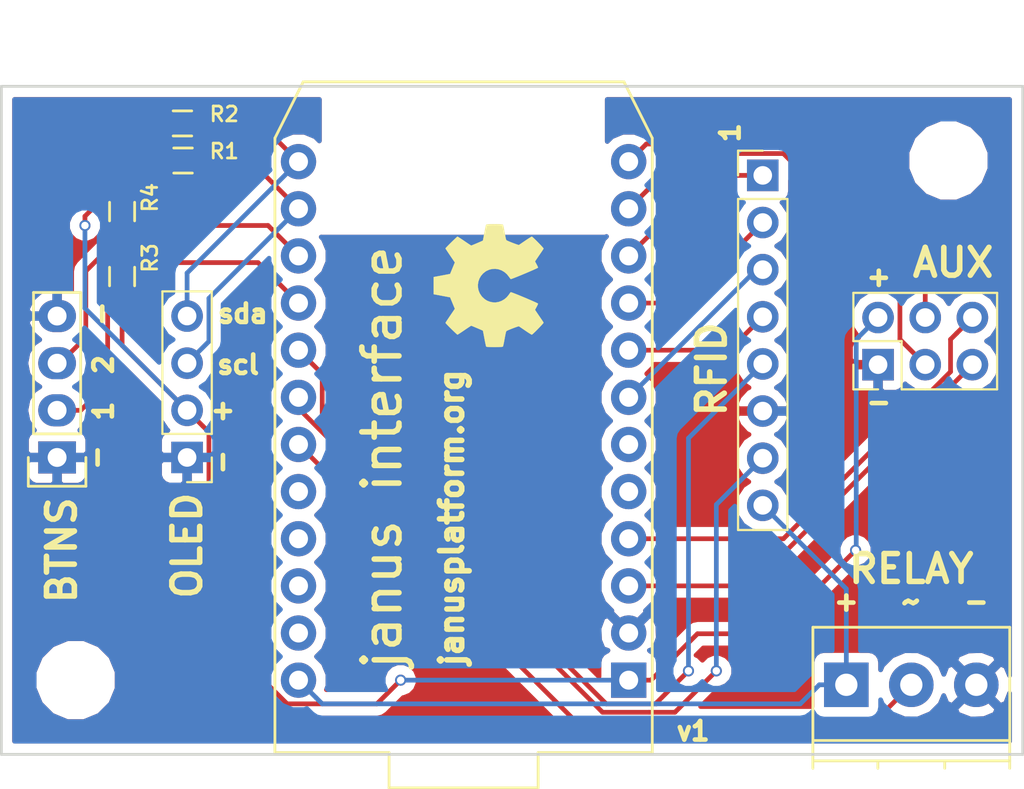
<source format=kicad_pcb>
(kicad_pcb (version 4) (host pcbnew 4.0.7)

  (general
    (links 33)
    (no_connects 0)
    (area 74.442857 119.149543 140.557143 163.325)
    (thickness 1.6)
    (drawings 26)
    (tracks 106)
    (zones 0)
    (modules 13)
    (nets 19)
  )

  (page A4)
  (layers
    (0 F.Cu signal)
    (31 B.Cu signal)
    (32 B.Adhes user)
    (33 F.Adhes user)
    (34 B.Paste user)
    (35 F.Paste user)
    (36 B.SilkS user)
    (37 F.SilkS user)
    (38 B.Mask user)
    (39 F.Mask user)
    (40 Dwgs.User user)
    (41 Cmts.User user)
    (42 Eco1.User user)
    (43 Eco2.User user)
    (44 Edge.Cuts user)
    (45 Margin user)
    (46 B.CrtYd user)
    (47 F.CrtYd user)
    (48 B.Fab user hide)
    (49 F.Fab user hide)
  )

  (setup
    (last_trace_width 0.254)
    (trace_clearance 0.2)
    (zone_clearance 0.508)
    (zone_45_only yes)
    (trace_min 0.2)
    (segment_width 0.2)
    (edge_width 0.15)
    (via_size 0.6)
    (via_drill 0.4)
    (via_min_size 0.4)
    (via_min_drill 0.3)
    (uvia_size 0.3)
    (uvia_drill 0.1)
    (uvias_allowed no)
    (uvia_min_size 0.2)
    (uvia_min_drill 0.1)
    (pcb_text_width 0.3)
    (pcb_text_size 1.5 1.5)
    (mod_edge_width 0.15)
    (mod_text_size 1 1)
    (mod_text_width 0.15)
    (pad_size 2.7 2.7)
    (pad_drill 2.7)
    (pad_to_mask_clearance 0.2)
    (aux_axis_origin 0 0)
    (visible_elements FFFFFF7F)
    (pcbplotparams
      (layerselection 0x010f0_80000001)
      (usegerberextensions false)
      (excludeedgelayer true)
      (linewidth 0.100000)
      (plotframeref false)
      (viasonmask false)
      (mode 1)
      (useauxorigin false)
      (hpglpennumber 1)
      (hpglpenspeed 20)
      (hpglpendiameter 15)
      (hpglpenoverlay 2)
      (psnegative false)
      (psa4output false)
      (plotreference true)
      (plotvalue true)
      (plotinvisibletext false)
      (padsonsilk false)
      (subtractmaskfromsilk false)
      (outputformat 1)
      (mirror false)
      (drillshape 0)
      (scaleselection 1)
      (outputdirectory gerbers/))
  )

  (net 0 "")
  (net 1 /RFID_SS)
  (net 2 /SCK)
  (net 3 /MOSI)
  (net 4 /MISO)
  (net 5 /RFID_IRQ)
  (net 6 /GND)
  (net 7 /RFID_RST)
  (net 8 /3V3)
  (net 9 /VCC)
  (net 10 /SCL)
  (net 11 /SDA)
  (net 12 /RELAY)
  (net 13 /AUX_A0)
  (net 14 /AUX_A1)
  (net 15 /AUX_TX)
  (net 16 /AUX_RX)
  (net 17 /BTN1)
  (net 18 /BTN2)

  (net_class Default "This is the default net class."
    (clearance 0.2)
    (trace_width 0.254)
    (via_dia 0.6)
    (via_drill 0.4)
    (uvia_dia 0.3)
    (uvia_drill 0.1)
    (add_net /3V3)
    (add_net /AUX_A0)
    (add_net /AUX_A1)
    (add_net /AUX_RX)
    (add_net /AUX_TX)
    (add_net /BTN1)
    (add_net /BTN2)
    (add_net /GND)
    (add_net /MISO)
    (add_net /MOSI)
    (add_net /RELAY)
    (add_net /RFID_IRQ)
    (add_net /RFID_RST)
    (add_net /RFID_SS)
    (add_net /SCK)
    (add_net /SCL)
    (add_net /SDA)
    (add_net /VCC)
  )

  (module Mounting_Holes:MountingHole_3.2mm_M3 (layer F.Cu) (tedit 5AB2A96C) (tstamp 5ABBB733)
    (at 131 128)
    (descr "Mounting Hole 3.2mm, no annular, M3")
    (tags "mounting hole 3.2mm no annular m3")
    (fp_text reference REF** (at 0 -4.2) (layer F.SilkS) hide
      (effects (font (size 1 1) (thickness 0.15)))
    )
    (fp_text value MountingHole_3.2mm_M3 (at 0 4.2) (layer F.Fab)
      (effects (font (size 1 1) (thickness 0.15)))
    )
    (fp_circle (center 0 0) (end 3.2 0) (layer Cmts.User) (width 0.15))
    (fp_circle (center 0 0) (end 3.45 0) (layer F.CrtYd) (width 0.05))
    (pad 1 np_thru_hole circle (at 0 0) (size 3.2 3.2) (drill 3.2) (layers *.Cu *.Mask))
  )

  (module Pin_Headers:Pin_Header_Straight_1x08_Pitch2.54mm (layer F.Cu) (tedit 5AA93971) (tstamp 5AC36971)
    (at 121 128.8)
    (descr "Through hole straight pin header, 1x08, 2.54mm pitch, single row")
    (tags "Through hole pin header THT 1x08 2.54mm single row")
    (path /5AA88E0C)
    (fp_text reference J1 (at 0 -2.33) (layer F.SilkS) hide
      (effects (font (size 1 1) (thickness 0.15)))
    )
    (fp_text value Conn_01x08 (at 0 20.11) (layer F.Fab)
      (effects (font (size 1 1) (thickness 0.15)))
    )
    (fp_line (start -0.635 -1.27) (end 1.27 -1.27) (layer F.Fab) (width 0.1))
    (fp_line (start 1.27 -1.27) (end 1.27 19.05) (layer F.Fab) (width 0.1))
    (fp_line (start 1.27 19.05) (end -1.27 19.05) (layer F.Fab) (width 0.1))
    (fp_line (start -1.27 19.05) (end -1.27 -0.635) (layer F.Fab) (width 0.1))
    (fp_line (start -1.27 -0.635) (end -0.635 -1.27) (layer F.Fab) (width 0.1))
    (fp_line (start -1.33 19.11) (end 1.33 19.11) (layer F.SilkS) (width 0.12))
    (fp_line (start -1.33 1.27) (end -1.33 19.11) (layer F.SilkS) (width 0.12))
    (fp_line (start 1.33 1.27) (end 1.33 19.11) (layer F.SilkS) (width 0.12))
    (fp_line (start -1.33 1.27) (end 1.33 1.27) (layer F.SilkS) (width 0.12))
    (fp_line (start -1.33 0) (end -1.33 -1.33) (layer F.SilkS) (width 0.12))
    (fp_line (start -1.33 -1.33) (end 0 -1.33) (layer F.SilkS) (width 0.12))
    (fp_line (start -1.8 -1.8) (end -1.8 19.55) (layer F.CrtYd) (width 0.05))
    (fp_line (start -1.8 19.55) (end 1.8 19.55) (layer F.CrtYd) (width 0.05))
    (fp_line (start 1.8 19.55) (end 1.8 -1.8) (layer F.CrtYd) (width 0.05))
    (fp_line (start 1.8 -1.8) (end -1.8 -1.8) (layer F.CrtYd) (width 0.05))
    (fp_text user %R (at 0 8.89 90) (layer F.Fab)
      (effects (font (size 1 1) (thickness 0.15)))
    )
    (pad 1 thru_hole rect (at 0 0) (size 1.7 1.7) (drill 1) (layers *.Cu *.Mask)
      (net 1 /RFID_SS))
    (pad 2 thru_hole oval (at 0 2.54) (size 1.7 1.7) (drill 1) (layers *.Cu *.Mask)
      (net 2 /SCK))
    (pad 3 thru_hole oval (at 0 5.08) (size 1.7 1.7) (drill 1) (layers *.Cu *.Mask)
      (net 3 /MOSI))
    (pad 4 thru_hole oval (at 0 7.62) (size 1.7 1.7) (drill 1) (layers *.Cu *.Mask)
      (net 4 /MISO))
    (pad 5 thru_hole oval (at 0 10.16) (size 1.7 1.7) (drill 1) (layers *.Cu *.Mask)
      (net 5 /RFID_IRQ))
    (pad 6 thru_hole oval (at 0 12.7) (size 1.7 1.7) (drill 1) (layers *.Cu *.Mask)
      (net 6 /GND))
    (pad 7 thru_hole oval (at 0 15.24) (size 1.7 1.7) (drill 1) (layers *.Cu *.Mask)
      (net 7 /RFID_RST))
    (pad 8 thru_hole oval (at 0 17.78) (size 1.7 1.7) (drill 1) (layers *.Cu *.Mask)
      (net 8 /3V3))
    (model ${KISYS3DMOD}/Pin_Headers.3dshapes/Pin_Header_Straight_1x08_Pitch2.54mm.wrl
      (at (xyz 0 0 0))
      (scale (xyz 1 1 1))
      (rotate (xyz 0 0 0))
    )
  )

  (module Pin_Headers:Pin_Header_Straight_1x04_Pitch2.54mm (layer F.Cu) (tedit 5AA93959) (tstamp 5AC36989)
    (at 90 144 180)
    (descr "Through hole straight pin header, 1x04, 2.54mm pitch, single row")
    (tags "Through hole pin header THT 1x04 2.54mm single row")
    (path /5AA861B2)
    (fp_text reference J2 (at 0 -2.33 180) (layer F.SilkS) hide
      (effects (font (size 1 1) (thickness 0.15)))
    )
    (fp_text value Conn_01x04 (at 0 9.95 180) (layer F.Fab)
      (effects (font (size 1 1) (thickness 0.15)))
    )
    (fp_line (start -0.635 -1.27) (end 1.27 -1.27) (layer F.Fab) (width 0.1))
    (fp_line (start 1.27 -1.27) (end 1.27 8.89) (layer F.Fab) (width 0.1))
    (fp_line (start 1.27 8.89) (end -1.27 8.89) (layer F.Fab) (width 0.1))
    (fp_line (start -1.27 8.89) (end -1.27 -0.635) (layer F.Fab) (width 0.1))
    (fp_line (start -1.27 -0.635) (end -0.635 -1.27) (layer F.Fab) (width 0.1))
    (fp_line (start -1.33 8.95) (end 1.33 8.95) (layer F.SilkS) (width 0.12))
    (fp_line (start -1.33 1.27) (end -1.33 8.95) (layer F.SilkS) (width 0.12))
    (fp_line (start 1.33 1.27) (end 1.33 8.95) (layer F.SilkS) (width 0.12))
    (fp_line (start -1.33 1.27) (end 1.33 1.27) (layer F.SilkS) (width 0.12))
    (fp_line (start -1.33 0) (end -1.33 -1.33) (layer F.SilkS) (width 0.12))
    (fp_line (start -1.33 -1.33) (end 0 -1.33) (layer F.SilkS) (width 0.12))
    (fp_line (start -1.8 -1.8) (end -1.8 9.4) (layer F.CrtYd) (width 0.05))
    (fp_line (start -1.8 9.4) (end 1.8 9.4) (layer F.CrtYd) (width 0.05))
    (fp_line (start 1.8 9.4) (end 1.8 -1.8) (layer F.CrtYd) (width 0.05))
    (fp_line (start 1.8 -1.8) (end -1.8 -1.8) (layer F.CrtYd) (width 0.05))
    (fp_text user %R (at 0 3.81 270) (layer F.Fab)
      (effects (font (size 1 1) (thickness 0.15)))
    )
    (pad 1 thru_hole rect (at 0 0 180) (size 1.7 1.7) (drill 1) (layers *.Cu *.Mask)
      (net 6 /GND))
    (pad 2 thru_hole oval (at 0 2.54 180) (size 1.7 1.7) (drill 1) (layers *.Cu *.Mask)
      (net 9 /VCC))
    (pad 3 thru_hole oval (at 0 5.08 180) (size 1.7 1.7) (drill 1) (layers *.Cu *.Mask)
      (net 10 /SCL))
    (pad 4 thru_hole oval (at 0 7.62 180) (size 1.7 1.7) (drill 1) (layers *.Cu *.Mask)
      (net 11 /SDA))
    (model ${KISYS3DMOD}/Pin_Headers.3dshapes/Pin_Header_Straight_1x04_Pitch2.54mm.wrl
      (at (xyz 0 0 0))
      (scale (xyz 1 1 1))
      (rotate (xyz 0 0 0))
    )
  )

  (module Pin_Headers:Pin_Header_Straight_2x03_Pitch2.54mm (layer F.Cu) (tedit 5AA93974) (tstamp 5AC369B7)
    (at 127.21 139 90)
    (descr "Through hole straight pin header, 2x03, 2.54mm pitch, double rows")
    (tags "Through hole pin header THT 2x03 2.54mm double row")
    (path /5AA89D9C)
    (fp_text reference J4 (at 1.27 -2.33 90) (layer F.SilkS) hide
      (effects (font (size 1 1) (thickness 0.15)))
    )
    (fp_text value Conn_01x06 (at 1.27 7.41 90) (layer F.Fab)
      (effects (font (size 1 1) (thickness 0.15)))
    )
    (fp_line (start 0 -1.27) (end 3.81 -1.27) (layer F.Fab) (width 0.1))
    (fp_line (start 3.81 -1.27) (end 3.81 6.35) (layer F.Fab) (width 0.1))
    (fp_line (start 3.81 6.35) (end -1.27 6.35) (layer F.Fab) (width 0.1))
    (fp_line (start -1.27 6.35) (end -1.27 0) (layer F.Fab) (width 0.1))
    (fp_line (start -1.27 0) (end 0 -1.27) (layer F.Fab) (width 0.1))
    (fp_line (start -1.33 6.41) (end 3.87 6.41) (layer F.SilkS) (width 0.12))
    (fp_line (start -1.33 1.27) (end -1.33 6.41) (layer F.SilkS) (width 0.12))
    (fp_line (start 3.87 -1.33) (end 3.87 6.41) (layer F.SilkS) (width 0.12))
    (fp_line (start -1.33 1.27) (end 1.27 1.27) (layer F.SilkS) (width 0.12))
    (fp_line (start 1.27 1.27) (end 1.27 -1.33) (layer F.SilkS) (width 0.12))
    (fp_line (start 1.27 -1.33) (end 3.87 -1.33) (layer F.SilkS) (width 0.12))
    (fp_line (start -1.33 0) (end -1.33 -1.33) (layer F.SilkS) (width 0.12))
    (fp_line (start -1.33 -1.33) (end 0 -1.33) (layer F.SilkS) (width 0.12))
    (fp_line (start -1.8 -1.8) (end -1.8 6.85) (layer F.CrtYd) (width 0.05))
    (fp_line (start -1.8 6.85) (end 4.35 6.85) (layer F.CrtYd) (width 0.05))
    (fp_line (start 4.35 6.85) (end 4.35 -1.8) (layer F.CrtYd) (width 0.05))
    (fp_line (start 4.35 -1.8) (end -1.8 -1.8) (layer F.CrtYd) (width 0.05))
    (fp_text user %R (at 1.27 2.54 180) (layer F.Fab)
      (effects (font (size 1 1) (thickness 0.15)))
    )
    (pad 1 thru_hole rect (at 0 0 90) (size 1.7 1.7) (drill 1) (layers *.Cu *.Mask)
      (net 6 /GND))
    (pad 2 thru_hole oval (at 2.54 0 90) (size 1.7 1.7) (drill 1) (layers *.Cu *.Mask)
      (net 9 /VCC))
    (pad 3 thru_hole oval (at 0 2.54 90) (size 1.7 1.7) (drill 1) (layers *.Cu *.Mask)
      (net 14 /AUX_A1))
    (pad 4 thru_hole oval (at 2.54 2.54 90) (size 1.7 1.7) (drill 1) (layers *.Cu *.Mask)
      (net 13 /AUX_A0))
    (pad 5 thru_hole oval (at 0 5.08 90) (size 1.7 1.7) (drill 1) (layers *.Cu *.Mask)
      (net 15 /AUX_TX))
    (pad 6 thru_hole oval (at 2.54 5.08 90) (size 1.7 1.7) (drill 1) (layers *.Cu *.Mask)
      (net 16 /AUX_RX))
    (model ${KISYS3DMOD}/Pin_Headers.3dshapes/Pin_Header_Straight_2x03_Pitch2.54mm.wrl
      (at (xyz 0 0 0))
      (scale (xyz 1 1 1))
      (rotate (xyz 0 0 0))
    )
  )

  (module particle:photon_tht (layer F.Cu) (tedit 5AB2B275) (tstamp 5AC369E8)
    (at 104.89254 142.04172 180)
    (path /5AA85A28)
    (fp_text reference U1 (at -9.25746 -18.95874 180) (layer F.SilkS) hide
      (effects (font (size 1.2 1.2) (thickness 0.15)))
    )
    (fp_text value PHOTON (at 0.14254 14.79172 180) (layer F.SilkS) hide
      (effects (font (size 1.2 1.2) (thickness 0.15)))
    )
    (fp_text user "no pwr/gnd planes" (at -0.07366 19.91106 180) (layer F.Fab)
      (effects (font (size 1 1) (thickness 0.15)))
    )
    (fp_text user "route no signals" (at -0.05588 16.43126 180) (layer F.Fab)
      (effects (font (size 1 1) (thickness 0.15)))
    )
    (fp_text user "Antenna area" (at -0.05588 13.132816 180) (layer F.Fab)
      (effects (font (size 1 1) (thickness 0.15)))
    )
    (fp_line (start 7.62254 22.617176) (end 7.62254 10.28172) (layer B.CrtYd) (width 0.15))
    (fp_line (start 7.62254 10.28172) (end -7.61746 10.28172) (layer B.CrtYd) (width 0.15))
    (fp_line (start 7.62254 22.617176) (end -7.61746 22.617176) (layer B.CrtYd) (width 0.15))
    (fp_line (start -7.61746 22.617176) (end -7.61746 10.28172) (layer B.CrtYd) (width 0.15))
    (fp_line (start 10.16254 15.25172) (end 8.63854 18.28172) (layer F.SilkS) (width 0.15))
    (fp_line (start -10.15746 15.25172) (end -8.63346 18.28172) (layer F.SilkS) (width 0.15))
    (fp_line (start -8.63346 18.28172) (end 8.63854 18.28172) (layer F.SilkS) (width 0.15))
    (fp_line (start 10.16254 -17.85874) (end 10.16254 15.25172) (layer F.SilkS) (width 0.15))
    (fp_line (start -10.15746 -17.85828) (end -10.15746 15.25172) (layer F.SilkS) (width 0.15))
    (fp_line (start 4.01574 -17.85874) (end 10.16254 -17.85874) (layer F.SilkS) (width 0.15))
    (fp_line (start -4.01066 -17.85828) (end -10.15746 -17.85828) (layer F.SilkS) (width 0.15))
    (fp_line (start -4.01066 -19.76374) (end -4.01066 -17.85874) (layer F.SilkS) (width 0.15))
    (fp_line (start 4.01574 -19.76374) (end 4.01574 -17.85874) (layer F.SilkS) (width 0.15))
    (fp_line (start -4.01066 -19.76374) (end 4.01574 -19.76374) (layer F.SilkS) (width 0.15))
    (fp_line (start 7.62254 10.28172) (end -7.61746 10.28172) (layer F.CrtYd) (width 0.15))
    (fp_line (start 7.62254 22.617176) (end 7.62254 10.28172) (layer F.CrtYd) (width 0.15))
    (fp_line (start -7.61746 22.617176) (end -7.61746 10.28172) (layer F.CrtYd) (width 0.15))
    (fp_line (start 7.62254 22.617176) (end -7.61746 22.617176) (layer F.CrtYd) (width 0.15))
    (pad 1 thru_hole rect (at -8.88746 -13.95828 180) (size 1.9 1.9) (drill 1.02) (layers *.Cu *.Mask)
      (net 9 /VCC))
    (pad 2 thru_hole circle (at -8.88746 -11.41828 180) (size 1.9 1.9) (drill 1.02) (layers *.Cu *.Mask)
      (net 6 /GND))
    (pad 3 thru_hole circle (at -8.88746 -8.87828 180) (size 1.9 1.9) (drill 1.02) (layers *.Cu *.Mask)
      (net 15 /AUX_TX))
    (pad 4 thru_hole circle (at -8.88746 -6.33828 180) (size 1.9 1.9) (drill 1.02) (layers *.Cu *.Mask)
      (net 16 /AUX_RX))
    (pad 5 thru_hole circle (at -8.88746 -3.79828 180) (size 1.9 1.9) (drill 1.02) (layers *.Cu *.Mask))
    (pad 6 thru_hole circle (at -8.88746 -1.25828 180) (size 1.9 1.9) (drill 1.02) (layers *.Cu *.Mask))
    (pad 7 thru_hole circle (at -8.88746 1.28172 180) (size 1.9 1.9) (drill 1.02) (layers *.Cu *.Mask)
      (net 3 /MOSI))
    (pad 8 thru_hole circle (at -8.88746 3.82172 180) (size 1.9 1.9) (drill 1.02) (layers *.Cu *.Mask)
      (net 4 /MISO))
    (pad 9 thru_hole circle (at -8.88746 6.36172 180) (size 1.9 1.9) (drill 1.02) (layers *.Cu *.Mask)
      (net 2 /SCK))
    (pad 10 thru_hole circle (at -8.88746 8.90172 180) (size 1.9 1.9) (drill 1.02) (layers *.Cu *.Mask)
      (net 1 /RFID_SS))
    (pad 11 thru_hole circle (at -8.88746 11.44172 180) (size 1.9 1.9) (drill 1.02) (layers *.Cu *.Mask)
      (net 14 /AUX_A1))
    (pad 12 thru_hole circle (at -8.88746 13.98172 180) (size 1.9 1.9) (drill 1.02) (layers *.Cu *.Mask)
      (net 13 /AUX_A0))
    (pad 24 thru_hole circle (at 8.89254 -13.95828 180) (size 1.9 1.9) (drill 1.02) (layers *.Cu *.Mask)
      (net 8 /3V3))
    (pad 23 thru_hole circle (at 8.89254 -11.41828 180) (size 1.9 1.9) (drill 1.02) (layers *.Cu *.Mask))
    (pad 22 thru_hole circle (at 8.89254 -8.87828 180) (size 1.9 1.9) (drill 1.02) (layers *.Cu *.Mask))
    (pad 21 thru_hole circle (at 8.89254 -6.33828 180) (size 1.9 1.9) (drill 1.02) (layers *.Cu *.Mask))
    (pad 20 thru_hole circle (at 8.89254 -3.79828 180) (size 1.9 1.9) (drill 1.02) (layers *.Cu *.Mask))
    (pad 19 thru_hole circle (at 8.89254 -1.25828 180) (size 1.9 1.9) (drill 1.02) (layers *.Cu *.Mask)
      (net 12 /RELAY))
    (pad 18 thru_hole circle (at 8.89254 1.28172 180) (size 1.9 1.9) (drill 1.02) (layers *.Cu *.Mask)
      (net 7 /RFID_RST))
    (pad 17 thru_hole circle (at 8.89254 3.82172 180) (size 1.9 1.9) (drill 1.02) (layers *.Cu *.Mask)
      (net 5 /RFID_IRQ))
    (pad 16 thru_hole circle (at 8.89254 6.36172 180) (size 1.9 1.9) (drill 1.02) (layers *.Cu *.Mask)
      (net 17 /BTN1))
    (pad 15 thru_hole circle (at 8.89254 8.90172 180) (size 1.9 1.9) (drill 1.02) (layers *.Cu *.Mask)
      (net 18 /BTN2))
    (pad 14 thru_hole circle (at 8.89254 11.44172 180) (size 1.9 1.9) (drill 1.02) (layers *.Cu *.Mask)
      (net 10 /SCL))
    (pad 13 thru_hole circle (at 8.89254 13.98172 180) (size 1.9 1.9) (drill 1.02) (layers *.Cu *.Mask)
      (net 11 /SDA))
  )

  (module Connectors_Terminal_Blocks:TerminalBlock_Pheonix_PT-3.5mm_3pol (layer F.Cu) (tedit 5AA9396D) (tstamp 5AF0788A)
    (at 125.5 156.25)
    (descr "3-way 3.5mm pitch terminal block, Phoenix PT series")
    (path /5AA862B2)
    (fp_text reference J3 (at 3.5 -4.3) (layer F.SilkS) hide
      (effects (font (size 1 1) (thickness 0.15)))
    )
    (fp_text value Conn_01x03 (at 3.5 6) (layer F.Fab)
      (effects (font (size 1 1) (thickness 0.15)))
    )
    (fp_line (start -2 -3.3) (end 9 -3.3) (layer F.CrtYd) (width 0.05))
    (fp_line (start -2 4.7) (end -2 -3.3) (layer F.CrtYd) (width 0.05))
    (fp_line (start 9 4.7) (end -2 4.7) (layer F.CrtYd) (width 0.05))
    (fp_line (start 9 -3.3) (end 9 4.7) (layer F.CrtYd) (width 0.05))
    (fp_line (start 1.7 4.1) (end 1.7 4.5) (layer F.SilkS) (width 0.15))
    (fp_line (start 5.3 4.1) (end 5.3 4.5) (layer F.SilkS) (width 0.15))
    (fp_line (start -1.8 3) (end 8.8 3) (layer F.SilkS) (width 0.15))
    (fp_line (start -1.8 4.1) (end 8.8 4.1) (layer F.SilkS) (width 0.15))
    (fp_line (start -1.8 -3.1) (end -1.8 4.5) (layer F.SilkS) (width 0.15))
    (fp_line (start 8.8 4.5) (end 8.8 -3.1) (layer F.SilkS) (width 0.15))
    (fp_line (start 8.8 -3.1) (end -1.8 -3.1) (layer F.SilkS) (width 0.15))
    (pad 2 thru_hole circle (at 3.5 0) (size 2.4 2.4) (drill 1.2) (layers *.Cu *.Mask)
      (net 12 /RELAY))
    (pad 3 thru_hole circle (at 7 0) (size 2.4 2.4) (drill 1.2) (layers *.Cu *.Mask)
      (net 6 /GND))
    (pad 1 thru_hole rect (at 0 0) (size 2.4 2.4) (drill 1.2) (layers *.Cu *.Mask)
      (net 8 /3V3))
    (model Terminal_Blocks.3dshapes/TerminalBlock_Pheonix_PT-3.5mm_3pol.wrl
      (at (xyz 0 0 0))
      (scale (xyz 1 1 1))
      (rotate (xyz 0 0 0))
    )
  )

  (module Resistors_SMD:R_0603 (layer F.Cu) (tedit 5AA9EF99) (tstamp 5AA9EDD1)
    (at 89.782288 128)
    (descr "Resistor SMD 0603, reflow soldering, Vishay (see dcrcw.pdf)")
    (tags "resistor 0603")
    (path /5AA9F001)
    (attr smd)
    (fp_text reference R1 (at 2.217712 -0.5 180) (layer F.SilkS)
      (effects (font (size 0.8 0.8) (thickness 0.15)))
    )
    (fp_text value 4.7k (at 0 1.9) (layer F.Fab)
      (effects (font (size 1 1) (thickness 0.15)))
    )
    (fp_line (start -0.8 0.4) (end -0.8 -0.4) (layer F.Fab) (width 0.1))
    (fp_line (start 0.8 0.4) (end -0.8 0.4) (layer F.Fab) (width 0.1))
    (fp_line (start 0.8 -0.4) (end 0.8 0.4) (layer F.Fab) (width 0.1))
    (fp_line (start -0.8 -0.4) (end 0.8 -0.4) (layer F.Fab) (width 0.1))
    (fp_line (start -1.3 -0.8) (end 1.3 -0.8) (layer F.CrtYd) (width 0.05))
    (fp_line (start -1.3 0.8) (end 1.3 0.8) (layer F.CrtYd) (width 0.05))
    (fp_line (start -1.3 -0.8) (end -1.3 0.8) (layer F.CrtYd) (width 0.05))
    (fp_line (start 1.3 -0.8) (end 1.3 0.8) (layer F.CrtYd) (width 0.05))
    (fp_line (start 0.5 0.675) (end -0.5 0.675) (layer F.SilkS) (width 0.15))
    (fp_line (start -0.5 -0.675) (end 0.5 -0.675) (layer F.SilkS) (width 0.15))
    (pad 1 smd rect (at -0.75 0) (size 0.5 0.9) (layers F.Cu F.Paste F.Mask)
      (net 9 /VCC))
    (pad 2 smd rect (at 0.75 0) (size 0.5 0.9) (layers F.Cu F.Paste F.Mask)
      (net 10 /SCL))
    (model Resistors_SMD.3dshapes/R_0603.wrl
      (at (xyz 0 0 0))
      (scale (xyz 1 1 1))
      (rotate (xyz 0 0 0))
    )
  )

  (module Resistors_SMD:R_0603 (layer F.Cu) (tedit 5AA9EF9D) (tstamp 5AA9EDD7)
    (at 89.75 126)
    (descr "Resistor SMD 0603, reflow soldering, Vishay (see dcrcw.pdf)")
    (tags "resistor 0603")
    (path /5AA9EC00)
    (attr smd)
    (fp_text reference R2 (at 2.25 -0.5 180) (layer F.SilkS)
      (effects (font (size 0.8 0.8) (thickness 0.15)))
    )
    (fp_text value 4.7k (at 0 1.9) (layer F.Fab)
      (effects (font (size 1 1) (thickness 0.15)))
    )
    (fp_line (start -0.8 0.4) (end -0.8 -0.4) (layer F.Fab) (width 0.1))
    (fp_line (start 0.8 0.4) (end -0.8 0.4) (layer F.Fab) (width 0.1))
    (fp_line (start 0.8 -0.4) (end 0.8 0.4) (layer F.Fab) (width 0.1))
    (fp_line (start -0.8 -0.4) (end 0.8 -0.4) (layer F.Fab) (width 0.1))
    (fp_line (start -1.3 -0.8) (end 1.3 -0.8) (layer F.CrtYd) (width 0.05))
    (fp_line (start -1.3 0.8) (end 1.3 0.8) (layer F.CrtYd) (width 0.05))
    (fp_line (start -1.3 -0.8) (end -1.3 0.8) (layer F.CrtYd) (width 0.05))
    (fp_line (start 1.3 -0.8) (end 1.3 0.8) (layer F.CrtYd) (width 0.05))
    (fp_line (start 0.5 0.675) (end -0.5 0.675) (layer F.SilkS) (width 0.15))
    (fp_line (start -0.5 -0.675) (end 0.5 -0.675) (layer F.SilkS) (width 0.15))
    (pad 1 smd rect (at -0.75 0) (size 0.5 0.9) (layers F.Cu F.Paste F.Mask)
      (net 9 /VCC))
    (pad 2 smd rect (at 0.75 0) (size 0.5 0.9) (layers F.Cu F.Paste F.Mask)
      (net 11 /SDA))
    (model Resistors_SMD.3dshapes/R_0603.wrl
      (at (xyz 0 0 0))
      (scale (xyz 1 1 1))
      (rotate (xyz 0 0 0))
    )
  )

  (module Resistors_SMD:R_0603 (layer F.Cu) (tedit 5AA9EF94) (tstamp 5AA9EDDD)
    (at 86.5 134.25 90)
    (descr "Resistor SMD 0603, reflow soldering, Vishay (see dcrcw.pdf)")
    (tags "resistor 0603")
    (path /5AA9EC32)
    (attr smd)
    (fp_text reference R3 (at 1 1.5 90) (layer F.SilkS)
      (effects (font (size 0.8 0.8) (thickness 0.15)))
    )
    (fp_text value 10k (at 0 1.9 90) (layer F.Fab)
      (effects (font (size 1 1) (thickness 0.15)))
    )
    (fp_line (start -0.8 0.4) (end -0.8 -0.4) (layer F.Fab) (width 0.1))
    (fp_line (start 0.8 0.4) (end -0.8 0.4) (layer F.Fab) (width 0.1))
    (fp_line (start 0.8 -0.4) (end 0.8 0.4) (layer F.Fab) (width 0.1))
    (fp_line (start -0.8 -0.4) (end 0.8 -0.4) (layer F.Fab) (width 0.1))
    (fp_line (start -1.3 -0.8) (end 1.3 -0.8) (layer F.CrtYd) (width 0.05))
    (fp_line (start -1.3 0.8) (end 1.3 0.8) (layer F.CrtYd) (width 0.05))
    (fp_line (start -1.3 -0.8) (end -1.3 0.8) (layer F.CrtYd) (width 0.05))
    (fp_line (start 1.3 -0.8) (end 1.3 0.8) (layer F.CrtYd) (width 0.05))
    (fp_line (start 0.5 0.675) (end -0.5 0.675) (layer F.SilkS) (width 0.15))
    (fp_line (start -0.5 -0.675) (end 0.5 -0.675) (layer F.SilkS) (width 0.15))
    (pad 1 smd rect (at -0.75 0 90) (size 0.5 0.9) (layers F.Cu F.Paste F.Mask)
      (net 9 /VCC))
    (pad 2 smd rect (at 0.75 0 90) (size 0.5 0.9) (layers F.Cu F.Paste F.Mask)
      (net 17 /BTN1))
    (model Resistors_SMD.3dshapes/R_0603.wrl
      (at (xyz 0 0 0))
      (scale (xyz 1 1 1))
      (rotate (xyz 0 0 0))
    )
  )

  (module Pin_Headers:Pin_Header_Straight_1x04 (layer F.Cu) (tedit 5AB2A90C) (tstamp 5AB2A7DE)
    (at 83 144 180)
    (descr "Through hole pin header")
    (tags "pin header")
    (path /5AB2A684)
    (fp_text reference J5 (at 0 -5.1 180) (layer F.SilkS) hide
      (effects (font (size 1 1) (thickness 0.15)))
    )
    (fp_text value Conn_01x04 (at 0 -3.1 180) (layer F.Fab)
      (effects (font (size 1 1) (thickness 0.15)))
    )
    (fp_line (start -1.75 -1.75) (end -1.75 9.4) (layer F.CrtYd) (width 0.05))
    (fp_line (start 1.75 -1.75) (end 1.75 9.4) (layer F.CrtYd) (width 0.05))
    (fp_line (start -1.75 -1.75) (end 1.75 -1.75) (layer F.CrtYd) (width 0.05))
    (fp_line (start -1.75 9.4) (end 1.75 9.4) (layer F.CrtYd) (width 0.05))
    (fp_line (start -1.27 1.27) (end -1.27 8.89) (layer F.SilkS) (width 0.15))
    (fp_line (start 1.27 1.27) (end 1.27 8.89) (layer F.SilkS) (width 0.15))
    (fp_line (start 1.55 -1.55) (end 1.55 0) (layer F.SilkS) (width 0.15))
    (fp_line (start -1.27 8.89) (end 1.27 8.89) (layer F.SilkS) (width 0.15))
    (fp_line (start 1.27 1.27) (end -1.27 1.27) (layer F.SilkS) (width 0.15))
    (fp_line (start -1.55 0) (end -1.55 -1.55) (layer F.SilkS) (width 0.15))
    (fp_line (start -1.55 -1.55) (end 1.55 -1.55) (layer F.SilkS) (width 0.15))
    (pad 1 thru_hole rect (at 0 0 180) (size 2.032 1.7272) (drill 1.016) (layers *.Cu *.Mask)
      (net 6 /GND))
    (pad 2 thru_hole oval (at 0 2.54 180) (size 2.032 1.7272) (drill 1.016) (layers *.Cu *.Mask)
      (net 17 /BTN1))
    (pad 3 thru_hole oval (at 0 5.08 180) (size 2.032 1.7272) (drill 1.016) (layers *.Cu *.Mask)
      (net 18 /BTN2))
    (pad 4 thru_hole oval (at 0 7.62 180) (size 2.032 1.7272) (drill 1.016) (layers *.Cu *.Mask)
      (net 6 /GND))
    (model Pin_Headers.3dshapes/Pin_Header_Straight_1x04.wrl
      (at (xyz 0 -0.15 0))
      (scale (xyz 1 1 1))
      (rotate (xyz 0 0 90))
    )
  )

  (module Resistors_SMD:R_0603 (layer F.Cu) (tedit 5AB2A91E) (tstamp 5AB2ABB3)
    (at 86.5 130.75 270)
    (descr "Resistor SMD 0603, reflow soldering, Vishay (see dcrcw.pdf)")
    (tags "resistor 0603")
    (path /5AB2AB73)
    (attr smd)
    (fp_text reference R4 (at -0.75 -1.5 270) (layer F.SilkS)
      (effects (font (size 0.8 0.8) (thickness 0.15)))
    )
    (fp_text value 10k (at 0 1.9 270) (layer F.Fab)
      (effects (font (size 1 1) (thickness 0.15)))
    )
    (fp_line (start -0.8 0.4) (end -0.8 -0.4) (layer F.Fab) (width 0.1))
    (fp_line (start 0.8 0.4) (end -0.8 0.4) (layer F.Fab) (width 0.1))
    (fp_line (start 0.8 -0.4) (end 0.8 0.4) (layer F.Fab) (width 0.1))
    (fp_line (start -0.8 -0.4) (end 0.8 -0.4) (layer F.Fab) (width 0.1))
    (fp_line (start -1.3 -0.8) (end 1.3 -0.8) (layer F.CrtYd) (width 0.05))
    (fp_line (start -1.3 0.8) (end 1.3 0.8) (layer F.CrtYd) (width 0.05))
    (fp_line (start -1.3 -0.8) (end -1.3 0.8) (layer F.CrtYd) (width 0.05))
    (fp_line (start 1.3 -0.8) (end 1.3 0.8) (layer F.CrtYd) (width 0.05))
    (fp_line (start 0.5 0.675) (end -0.5 0.675) (layer F.SilkS) (width 0.15))
    (fp_line (start -0.5 -0.675) (end 0.5 -0.675) (layer F.SilkS) (width 0.15))
    (pad 1 smd rect (at -0.75 0 270) (size 0.5 0.9) (layers F.Cu F.Paste F.Mask)
      (net 9 /VCC))
    (pad 2 smd rect (at 0.75 0 270) (size 0.5 0.9) (layers F.Cu F.Paste F.Mask)
      (net 18 /BTN2))
    (model Resistors_SMD.3dshapes/R_0603.wrl
      (at (xyz 0 0 0))
      (scale (xyz 1 1 1))
      (rotate (xyz 0 0 0))
    )
  )

  (module Mounting_Holes:MountingHole_3.2mm_M3 (layer F.Cu) (tedit 5AB2A970) (tstamp 5ABBB731)
    (at 84 156)
    (descr "Mounting Hole 3.2mm, no annular, M3")
    (tags "mounting hole 3.2mm no annular m3")
    (fp_text reference REF** (at 0 -4.2) (layer F.SilkS) hide
      (effects (font (size 1 1) (thickness 0.15)))
    )
    (fp_text value MountingHole_3.2mm_M3 (at 0 4.2) (layer F.Fab)
      (effects (font (size 1 1) (thickness 0.15)))
    )
    (fp_circle (center 0 0) (end 3.2 0) (layer Cmts.User) (width 0.15))
    (fp_circle (center 0 0) (end 3.45 0) (layer F.CrtYd) (width 0.05))
    (pad 1 np_thru_hole circle (at 0 0) (size 3.2 3.2) (drill 3.2) (layers *.Cu *.Mask))
  )

  (module Symbols:OSHW-Symbol_6.7x6mm_SilkScreen (layer F.Cu) (tedit 0) (tstamp 5AC4BB12)
    (at 106.25 134.75 90)
    (descr "Open Source Hardware Symbol")
    (tags "Logo Symbol OSHW")
    (attr virtual)
    (fp_text reference REF*** (at 0 0 90) (layer F.SilkS) hide
      (effects (font (size 1 1) (thickness 0.15)))
    )
    (fp_text value OSHW-Symbol_6.7x6mm_SilkScreen (at 0.75 0 90) (layer F.Fab) hide
      (effects (font (size 1 1) (thickness 0.15)))
    )
    (fp_poly (pts (xy 0.555814 -2.531069) (xy 0.639635 -2.086445) (xy 0.94892 -1.958947) (xy 1.258206 -1.831449)
      (xy 1.629246 -2.083754) (xy 1.733157 -2.154004) (xy 1.827087 -2.216728) (xy 1.906652 -2.269062)
      (xy 1.96747 -2.308143) (xy 2.005157 -2.331107) (xy 2.015421 -2.336058) (xy 2.03391 -2.323324)
      (xy 2.07342 -2.288118) (xy 2.129522 -2.234938) (xy 2.197787 -2.168282) (xy 2.273786 -2.092646)
      (xy 2.353092 -2.012528) (xy 2.431275 -1.932426) (xy 2.503907 -1.856836) (xy 2.566559 -1.790255)
      (xy 2.614803 -1.737182) (xy 2.64421 -1.702113) (xy 2.651241 -1.690377) (xy 2.641123 -1.66874)
      (xy 2.612759 -1.621338) (xy 2.569129 -1.552807) (xy 2.513218 -1.467785) (xy 2.448006 -1.370907)
      (xy 2.410219 -1.31565) (xy 2.341343 -1.214752) (xy 2.28014 -1.123701) (xy 2.229578 -1.04703)
      (xy 2.192628 -0.989272) (xy 2.172258 -0.954957) (xy 2.169197 -0.947746) (xy 2.176136 -0.927252)
      (xy 2.195051 -0.879487) (xy 2.223087 -0.811168) (xy 2.257391 -0.729011) (xy 2.295109 -0.63973)
      (xy 2.333387 -0.550042) (xy 2.36937 -0.466662) (xy 2.400206 -0.396306) (xy 2.423039 -0.34569)
      (xy 2.435017 -0.321529) (xy 2.435724 -0.320578) (xy 2.454531 -0.315964) (xy 2.504618 -0.305672)
      (xy 2.580793 -0.290713) (xy 2.677865 -0.272099) (xy 2.790643 -0.250841) (xy 2.856442 -0.238582)
      (xy 2.97695 -0.215638) (xy 3.085797 -0.193805) (xy 3.177476 -0.174278) (xy 3.246481 -0.158252)
      (xy 3.287304 -0.146921) (xy 3.295511 -0.143326) (xy 3.303548 -0.118994) (xy 3.310033 -0.064041)
      (xy 3.31497 0.015108) (xy 3.318364 0.112026) (xy 3.320218 0.220287) (xy 3.320538 0.333465)
      (xy 3.319327 0.445135) (xy 3.31659 0.548868) (xy 3.312331 0.638241) (xy 3.306555 0.706826)
      (xy 3.299267 0.748197) (xy 3.294895 0.75681) (xy 3.268764 0.767133) (xy 3.213393 0.781892)
      (xy 3.136107 0.799352) (xy 3.04423 0.81778) (xy 3.012158 0.823741) (xy 2.857524 0.852066)
      (xy 2.735375 0.874876) (xy 2.641673 0.89308) (xy 2.572384 0.907583) (xy 2.523471 0.919292)
      (xy 2.490897 0.929115) (xy 2.470628 0.937956) (xy 2.458626 0.946724) (xy 2.456947 0.948457)
      (xy 2.440184 0.976371) (xy 2.414614 1.030695) (xy 2.382788 1.104777) (xy 2.34726 1.191965)
      (xy 2.310583 1.285608) (xy 2.275311 1.379052) (xy 2.243996 1.465647) (xy 2.219193 1.53874)
      (xy 2.203454 1.591678) (xy 2.199332 1.617811) (xy 2.199676 1.618726) (xy 2.213641 1.640086)
      (xy 2.245322 1.687084) (xy 2.291391 1.754827) (xy 2.348518 1.838423) (xy 2.413373 1.932982)
      (xy 2.431843 1.959854) (xy 2.497699 2.057275) (xy 2.55565 2.146163) (xy 2.602538 2.221412)
      (xy 2.635207 2.27792) (xy 2.6505 2.310581) (xy 2.651241 2.314593) (xy 2.638392 2.335684)
      (xy 2.602888 2.377464) (xy 2.549293 2.435445) (xy 2.482171 2.505135) (xy 2.406087 2.582045)
      (xy 2.325604 2.661683) (xy 2.245287 2.739561) (xy 2.169699 2.811186) (xy 2.103405 2.87207)
      (xy 2.050969 2.917721) (xy 2.016955 2.94365) (xy 2.007545 2.947883) (xy 1.985643 2.937912)
      (xy 1.9408 2.91102) (xy 1.880321 2.871736) (xy 1.833789 2.840117) (xy 1.749475 2.782098)
      (xy 1.649626 2.713784) (xy 1.549473 2.645579) (xy 1.495627 2.609075) (xy 1.313371 2.4858)
      (xy 1.160381 2.56852) (xy 1.090682 2.604759) (xy 1.031414 2.632926) (xy 0.991311 2.648991)
      (xy 0.981103 2.651226) (xy 0.968829 2.634722) (xy 0.944613 2.588082) (xy 0.910263 2.515609)
      (xy 0.867588 2.421606) (xy 0.818394 2.310374) (xy 0.76449 2.186215) (xy 0.707684 2.053432)
      (xy 0.649782 1.916327) (xy 0.592593 1.779202) (xy 0.537924 1.646358) (xy 0.487584 1.522098)
      (xy 0.44338 1.410725) (xy 0.407119 1.316539) (xy 0.380609 1.243844) (xy 0.365658 1.196941)
      (xy 0.363254 1.180833) (xy 0.382311 1.160286) (xy 0.424036 1.126933) (xy 0.479706 1.087702)
      (xy 0.484378 1.084599) (xy 0.628264 0.969423) (xy 0.744283 0.835053) (xy 0.83143 0.685784)
      (xy 0.888699 0.525913) (xy 0.915086 0.359737) (xy 0.909585 0.191552) (xy 0.87119 0.025655)
      (xy 0.798895 -0.133658) (xy 0.777626 -0.168513) (xy 0.666996 -0.309263) (xy 0.536302 -0.422286)
      (xy 0.390064 -0.506997) (xy 0.232808 -0.562806) (xy 0.069057 -0.589126) (xy -0.096667 -0.58537)
      (xy -0.259838 -0.55095) (xy -0.415935 -0.485277) (xy -0.560433 -0.387765) (xy -0.605131 -0.348187)
      (xy -0.718888 -0.224297) (xy -0.801782 -0.093876) (xy -0.858644 0.052315) (xy -0.890313 0.197088)
      (xy -0.898131 0.35986) (xy -0.872062 0.52344) (xy -0.814755 0.682298) (xy -0.728856 0.830906)
      (xy -0.617014 0.963735) (xy -0.481877 1.075256) (xy -0.464117 1.087011) (xy -0.40785 1.125508)
      (xy -0.365077 1.158863) (xy -0.344628 1.18016) (xy -0.344331 1.180833) (xy -0.348721 1.203871)
      (xy -0.366124 1.256157) (xy -0.394732 1.33339) (xy -0.432735 1.431268) (xy -0.478326 1.545491)
      (xy -0.529697 1.671758) (xy -0.585038 1.805767) (xy -0.642542 1.943218) (xy -0.700399 2.079808)
      (xy -0.756802 2.211237) (xy -0.809942 2.333205) (xy -0.85801 2.441409) (xy -0.899199 2.531549)
      (xy -0.931699 2.599323) (xy -0.953703 2.64043) (xy -0.962564 2.651226) (xy -0.98964 2.642819)
      (xy -1.040303 2.620272) (xy -1.105817 2.587613) (xy -1.141841 2.56852) (xy -1.294832 2.4858)
      (xy -1.477088 2.609075) (xy -1.570125 2.672228) (xy -1.671985 2.741727) (xy -1.767438 2.807165)
      (xy -1.81525 2.840117) (xy -1.882495 2.885273) (xy -1.939436 2.921057) (xy -1.978646 2.942938)
      (xy -1.991381 2.947563) (xy -2.009917 2.935085) (xy -2.050941 2.900252) (xy -2.110475 2.846678)
      (xy -2.184542 2.777983) (xy -2.269165 2.697781) (xy -2.322685 2.646286) (xy -2.416319 2.554286)
      (xy -2.497241 2.471999) (xy -2.562177 2.402945) (xy -2.607858 2.350644) (xy -2.631011 2.318616)
      (xy -2.633232 2.312116) (xy -2.622924 2.287394) (xy -2.594439 2.237405) (xy -2.550937 2.167212)
      (xy -2.495577 2.081875) (xy -2.43152 1.986456) (xy -2.413303 1.959854) (xy -2.346927 1.863167)
      (xy -2.287378 1.776117) (xy -2.237984 1.703595) (xy -2.202075 1.650493) (xy -2.182981 1.621703)
      (xy -2.181136 1.618726) (xy -2.183895 1.595782) (xy -2.198538 1.545336) (xy -2.222513 1.474041)
      (xy -2.253266 1.388547) (xy -2.288244 1.295507) (xy -2.324893 1.201574) (xy -2.360661 1.113399)
      (xy -2.392994 1.037634) (xy -2.419338 0.980931) (xy -2.437142 0.949943) (xy -2.438407 0.948457)
      (xy -2.449294 0.939601) (xy -2.467682 0.930843) (xy -2.497606 0.921277) (xy -2.543103 0.909996)
      (xy -2.608209 0.896093) (xy -2.696961 0.878663) (xy -2.813393 0.856798) (xy -2.961542 0.829591)
      (xy -2.993618 0.823741) (xy -3.088686 0.805374) (xy -3.171565 0.787405) (xy -3.23493 0.771569)
      (xy -3.271458 0.7596) (xy -3.276356 0.75681) (xy -3.284427 0.732072) (xy -3.290987 0.67679)
      (xy -3.296033 0.597389) (xy -3.299559 0.500296) (xy -3.301561 0.391938) (xy -3.302036 0.27874)
      (xy -3.300977 0.167128) (xy -3.298382 0.063529) (xy -3.294246 -0.025632) (xy -3.288563 -0.093928)
      (xy -3.281331 -0.134934) (xy -3.276971 -0.143326) (xy -3.252698 -0.151792) (xy -3.197426 -0.165565)
      (xy -3.116662 -0.18345) (xy -3.015912 -0.204252) (xy -2.900683 -0.226777) (xy -2.837902 -0.238582)
      (xy -2.718787 -0.260849) (xy -2.612565 -0.281021) (xy -2.524427 -0.298085) (xy -2.459566 -0.311031)
      (xy -2.423174 -0.318845) (xy -2.417184 -0.320578) (xy -2.407061 -0.34011) (xy -2.385662 -0.387157)
      (xy -2.355839 -0.454997) (xy -2.320445 -0.536909) (xy -2.282332 -0.626172) (xy -2.244353 -0.716065)
      (xy -2.20936 -0.799865) (xy -2.180206 -0.870853) (xy -2.159743 -0.922306) (xy -2.150823 -0.947503)
      (xy -2.150657 -0.948604) (xy -2.160769 -0.968481) (xy -2.189117 -1.014223) (xy -2.232723 -1.081283)
      (xy -2.288606 -1.165116) (xy -2.353787 -1.261174) (xy -2.391679 -1.31635) (xy -2.460725 -1.417519)
      (xy -2.52205 -1.50937) (xy -2.572663 -1.587256) (xy -2.609571 -1.646531) (xy -2.629782 -1.682549)
      (xy -2.632701 -1.690623) (xy -2.620153 -1.709416) (xy -2.585463 -1.749543) (xy -2.533063 -1.806507)
      (xy -2.467384 -1.875815) (xy -2.392856 -1.952969) (xy -2.313913 -2.033475) (xy -2.234983 -2.112837)
      (xy -2.1605 -2.18656) (xy -2.094894 -2.250148) (xy -2.042596 -2.299106) (xy -2.008039 -2.328939)
      (xy -1.996478 -2.336058) (xy -1.977654 -2.326047) (xy -1.932631 -2.297922) (xy -1.865787 -2.254546)
      (xy -1.781499 -2.198782) (xy -1.684144 -2.133494) (xy -1.610707 -2.083754) (xy -1.239667 -1.831449)
      (xy -0.621095 -2.086445) (xy -0.537275 -2.531069) (xy -0.453454 -2.975693) (xy 0.471994 -2.975693)
      (xy 0.555814 -2.531069)) (layer F.SilkS) (width 0.01))
  )

  (gr_text - (at 127.25 141) (layer F.SilkS) (tstamp 5ABBBA97)
    (effects (font (size 1 1) (thickness 0.25)))
  )
  (gr_text + (at 127.25 134.25) (layer F.SilkS) (tstamp 5ABBBA95)
    (effects (font (size 1 1) (thickness 0.25)))
  )
  (gr_text sda (at 93 136.25) (layer F.SilkS) (tstamp 5ABBBA0F)
    (effects (font (size 1 1) (thickness 0.25)))
  )
  (gr_text scl (at 92.75 139) (layer F.SilkS) (tstamp 5ABBBA0B)
    (effects (font (size 1 1) (thickness 0.25)))
  )
  (gr_text + (at 92 141.5 270) (layer F.SilkS) (tstamp 5ABBB9FE)
    (effects (font (size 1 1) (thickness 0.25)))
  )
  (gr_text - (at 92 144.25 270) (layer F.SilkS) (tstamp 5ABBB9FB)
    (effects (font (size 1 1) (thickness 0.25)))
  )
  (gr_text - (at 85.25 144 270) (layer F.SilkS) (tstamp 5ABBB9F8)
    (effects (font (size 1 1) (thickness 0.25)))
  )
  (gr_text - (at 85.5 136.25 270) (layer F.SilkS) (tstamp 5ABBB9F5)
    (effects (font (size 1 1) (thickness 0.25)))
  )
  (gr_text 2 (at 85.5 139 90) (layer F.SilkS) (tstamp 5ABBB9F2)
    (effects (font (size 1 1) (thickness 0.25)))
  )
  (gr_text 1 (at 85.5 141.5 90) (layer F.SilkS) (tstamp 5ABBB9F1)
    (effects (font (size 1 1) (thickness 0.25)))
  )
  (gr_text BTNS (at 83.25 149 90) (layer F.SilkS) (tstamp 5AA9EFEB)
    (effects (font (size 1.5 1.5) (thickness 0.3)))
  )
  (gr_text 1 (at 119.25 126.5 90) (layer F.SilkS) (tstamp 5ABB495F)
    (effects (font (size 1 1) (thickness 0.25)))
  )
  (gr_text v1 (at 117.25 158.75) (layer F.SilkS)
    (effects (font (size 1 1) (thickness 0.25)))
  )
  (gr_text janusplatform.org (at 104.25 147.25 90) (layer F.SilkS)
    (effects (font (size 1.2 1.2) (thickness 0.3)))
  )
  (gr_text "janus interface" (at 100.5 144 90) (layer F.SilkS)
    (effects (font (size 2 2) (thickness 0.3)))
  )
  (gr_text - (at 132.5 151.75) (layer F.SilkS) (tstamp 5AA93FF6)
    (effects (font (size 1 1) (thickness 0.25)))
  )
  (gr_text ~~ (at 129 151.75) (layer F.SilkS) (tstamp 5AA93FE7)
    (effects (font (size 1.4 1.4) (thickness 0.25)))
  )
  (gr_text + (at 125.5 151.75) (layer F.SilkS)
    (effects (font (size 1 1) (thickness 0.25)))
  )
  (gr_text OLED (at 90 148.75 90) (layer F.SilkS)
    (effects (font (size 1.5 1.5) (thickness 0.3)))
  )
  (gr_text AUX (at 131.25 133.5) (layer F.SilkS)
    (effects (font (size 1.5 1.5) (thickness 0.3)))
  )
  (gr_text RELAY (at 129 150) (layer F.SilkS)
    (effects (font (size 1.5 1.5) (thickness 0.3)))
  )
  (gr_text RFID (at 118.25 139.25 90) (layer F.SilkS)
    (effects (font (size 1.5 1.5) (thickness 0.3)))
  )
  (gr_line (start 80 160) (end 80 124) (layer Edge.Cuts) (width 0.15))
  (gr_line (start 135 160) (end 80 160) (layer Edge.Cuts) (width 0.15))
  (gr_line (start 135 124) (end 135 160) (layer Edge.Cuts) (width 0.15))
  (gr_line (start 80 124) (end 135 124) (layer Edge.Cuts) (width 0.15))

  (segment (start 113.78 133.14) (end 118.12 128.8) (width 0.254) (layer F.Cu) (net 1))
  (segment (start 118.12 128.8) (end 121 128.8) (width 0.254) (layer F.Cu) (net 1))
  (segment (start 113.78 135.68) (end 116.66 135.68) (width 0.254) (layer F.Cu) (net 2))
  (segment (start 116.66 135.68) (end 121 131.34) (width 0.254) (layer F.Cu) (net 2))
  (segment (start 113.78 140.76) (end 120.66 133.88) (width 0.254) (layer B.Cu) (net 3))
  (segment (start 120.66 133.88) (end 121 133.88) (width 0.254) (layer B.Cu) (net 3))
  (segment (start 113.78 138.22) (end 119.2 138.22) (width 0.254) (layer F.Cu) (net 4))
  (segment (start 119.2 138.22) (end 121 136.42) (width 0.254) (layer F.Cu) (net 4))
  (segment (start 117 155.5) (end 117 142.96) (width 0.254) (layer B.Cu) (net 5))
  (segment (start 117 142.96) (end 121 138.96) (width 0.254) (layer B.Cu) (net 5))
  (via (at 117 155.5) (size 0.6) (drill 0.4) (layers F.Cu B.Cu) (net 5))
  (segment (start 115.277002 157.222998) (end 117 155.5) (width 0.254) (layer F.Cu) (net 5))
  (segment (start 115.277002 157.277002) (end 115.277002 157.222998) (width 0.254) (layer F.Cu) (net 5))
  (segment (start 112.5684 157.277002) (end 115.277002 157.277002) (width 0.254) (layer F.Cu) (net 5))
  (segment (start 97.277001 141.985603) (end 112.5684 157.277002) (width 0.254) (layer F.Cu) (net 5))
  (segment (start 96 138.22) (end 97.277001 139.497001) (width 0.254) (layer F.Cu) (net 5))
  (segment (start 97.277001 139.497001) (end 97.277001 141.985603) (width 0.254) (layer F.Cu) (net 5))
  (segment (start 118.5 155.5) (end 118.5 146.54) (width 0.254) (layer B.Cu) (net 7))
  (segment (start 118.5 146.54) (end 121 144.04) (width 0.254) (layer B.Cu) (net 7))
  (segment (start 116.268987 157.731013) (end 118.5 155.5) (width 0.254) (layer F.Cu) (net 7))
  (via (at 118.5 155.5) (size 0.6) (drill 0.4) (layers F.Cu B.Cu) (net 7))
  (segment (start 114.873081 157.731013) (end 116.268987 157.731013) (width 0.254) (layer F.Cu) (net 7))
  (segment (start 112.37308 157.731012) (end 114.873081 157.731013) (width 0.254) (layer F.Cu) (net 7))
  (segment (start 96 141.357932) (end 112.37308 157.731012) (width 0.254) (layer F.Cu) (net 7))
  (segment (start 96 140.76) (end 96 141.357932) (width 0.254) (layer F.Cu) (net 7))
  (segment (start 125.5 156.25) (end 124.046 156.25) (width 0.254) (layer B.Cu) (net 8))
  (segment (start 124.046 156.25) (end 123.018999 157.277001) (width 0.254) (layer B.Cu) (net 8))
  (segment (start 123.018999 157.277001) (end 97.277001 157.277001) (width 0.254) (layer B.Cu) (net 8))
  (segment (start 97.277001 157.277001) (end 96.949999 156.949999) (width 0.254) (layer B.Cu) (net 8))
  (segment (start 96.949999 156.949999) (end 96 156) (width 0.254) (layer B.Cu) (net 8))
  (segment (start 125.5 156.25) (end 125.5 151.08) (width 0.254) (layer B.Cu) (net 8))
  (segment (start 125.5 151.08) (end 121 146.58) (width 0.254) (layer B.Cu) (net 8))
  (segment (start 84.5 131) (end 85.5 130) (width 0.254) (layer F.Cu) (net 9))
  (segment (start 85.5 130) (end 86.5 130) (width 0.254) (layer F.Cu) (net 9))
  (segment (start 84.5 131.5) (end 84.5 131) (width 0.254) (layer F.Cu) (net 9))
  (segment (start 84.5 135.96) (end 84.5 131.5) (width 0.254) (layer B.Cu) (net 9))
  (via (at 84.5 131.5) (size 0.6) (drill 0.4) (layers F.Cu B.Cu) (net 9))
  (segment (start 90 141.46) (end 84.5 135.96) (width 0.254) (layer B.Cu) (net 9))
  (segment (start 126 149) (end 121.5 153.5) (width 0.254) (layer F.Cu) (net 9))
  (segment (start 121.5 153.5) (end 117.484 153.5) (width 0.254) (layer F.Cu) (net 9))
  (segment (start 114.984 156) (end 113.78 156) (width 0.254) (layer F.Cu) (net 9))
  (segment (start 117.484 153.5) (end 114.984 156) (width 0.254) (layer F.Cu) (net 9))
  (segment (start 126.032999 147.467001) (end 126.032999 148.967001) (width 0.254) (layer B.Cu) (net 9))
  (segment (start 126.032999 148.967001) (end 126 149) (width 0.254) (layer B.Cu) (net 9))
  (via (at 126 149) (size 0.6) (drill 0.4) (layers F.Cu B.Cu) (net 9))
  (segment (start 127.21 136.46) (end 126.032999 137.637001) (width 0.254) (layer B.Cu) (net 9))
  (segment (start 126.032999 137.637001) (end 126.032999 147.467001) (width 0.254) (layer B.Cu) (net 9))
  (segment (start 101.5 156) (end 100.222999 157.277001) (width 0.254) (layer F.Cu) (net 9))
  (segment (start 100.222999 157.277001) (end 95.387039 157.277001) (width 0.254) (layer F.Cu) (net 9))
  (segment (start 95.387039 157.277001) (end 91.177001 153.066963) (width 0.254) (layer F.Cu) (net 9))
  (segment (start 91.177001 153.066963) (end 91.177001 142.637001) (width 0.254) (layer F.Cu) (net 9))
  (segment (start 91.177001 142.637001) (end 90.849999 142.309999) (width 0.254) (layer F.Cu) (net 9))
  (segment (start 90.849999 142.309999) (end 90 141.46) (width 0.254) (layer F.Cu) (net 9))
  (via (at 101.5 156) (size 0.6) (drill 0.4) (layers F.Cu B.Cu) (net 9))
  (segment (start 113.78 156) (end 101.5 156) (width 0.254) (layer B.Cu) (net 9))
  (segment (start 89.032288 128) (end 89.032288 126.032288) (width 0.254) (layer F.Cu) (net 9))
  (segment (start 89.032288 126.032288) (end 89 126) (width 0.254) (layer F.Cu) (net 9))
  (segment (start 86.5 130) (end 87.232288 130) (width 0.254) (layer F.Cu) (net 9))
  (segment (start 87.232288 130) (end 89.032288 128.2) (width 0.254) (layer F.Cu) (net 9))
  (segment (start 89.032288 128.2) (end 89.032288 128) (width 0.254) (layer F.Cu) (net 9))
  (segment (start 86.5 135) (end 86.5 137.96) (width 0.254) (layer F.Cu) (net 9))
  (segment (start 86.5 137.96) (end 90 141.46) (width 0.254) (layer F.Cu) (net 9))
  (segment (start 90 138.92) (end 91.177001 137.742999) (width 0.254) (layer B.Cu) (net 10))
  (segment (start 91.177001 137.742999) (end 91.177001 135.422999) (width 0.254) (layer B.Cu) (net 10))
  (segment (start 91.177001 135.422999) (end 95.050001 131.549999) (width 0.254) (layer B.Cu) (net 10))
  (segment (start 95.050001 131.549999) (end 96 130.6) (width 0.254) (layer B.Cu) (net 10))
  (segment (start 90.532288 128) (end 93.4 128) (width 0.254) (layer F.Cu) (net 10))
  (segment (start 93.4 128) (end 96 130.6) (width 0.254) (layer F.Cu) (net 10))
  (segment (start 90 136.38) (end 90 134.06) (width 0.254) (layer B.Cu) (net 11))
  (segment (start 90 134.06) (end 96 128.06) (width 0.254) (layer B.Cu) (net 11))
  (segment (start 90.5 126) (end 93.94 126) (width 0.254) (layer F.Cu) (net 11))
  (segment (start 93.94 126) (end 96 128.06) (width 0.254) (layer F.Cu) (net 11))
  (segment (start 96 143.3) (end 110.885023 158.185023) (width 0.254) (layer F.Cu) (net 12))
  (segment (start 110.885023 158.185023) (end 127.064977 158.185023) (width 0.254) (layer F.Cu) (net 12))
  (segment (start 127.064977 158.185023) (end 129 156.25) (width 0.254) (layer F.Cu) (net 12))
  (segment (start 129.75 134.607932) (end 122.252069 127.110001) (width 0.254) (layer F.Cu) (net 13))
  (segment (start 114.729999 127.110001) (end 113.78 128.06) (width 0.254) (layer F.Cu) (net 13))
  (segment (start 129.75 136.46) (end 129.75 134.607932) (width 0.254) (layer F.Cu) (net 13))
  (segment (start 122.252069 127.110001) (end 114.729999 127.110001) (width 0.254) (layer F.Cu) (net 13))
  (segment (start 128.387001 137.637001) (end 128.387001 133.898399) (width 0.254) (layer F.Cu) (net 14))
  (segment (start 116.757001 127.622999) (end 114.729999 129.650001) (width 0.254) (layer F.Cu) (net 14))
  (segment (start 129.75 139) (end 128.387001 137.637001) (width 0.254) (layer F.Cu) (net 14))
  (segment (start 114.729999 129.650001) (end 113.78 130.6) (width 0.254) (layer F.Cu) (net 14))
  (segment (start 128.387001 133.898399) (end 122.111601 127.622999) (width 0.254) (layer F.Cu) (net 14))
  (segment (start 122.111601 127.622999) (end 116.757001 127.622999) (width 0.254) (layer F.Cu) (net 14))
  (segment (start 113.78 150.92) (end 120.37 150.92) (width 0.254) (layer F.Cu) (net 15))
  (segment (start 120.37 150.92) (end 132.29 139) (width 0.254) (layer F.Cu) (net 15))
  (segment (start 113.78 148.38) (end 122.111962 148.38) (width 0.254) (layer F.Cu) (net 16))
  (segment (start 122.111962 148.38) (end 131.112999 139.378963) (width 0.254) (layer F.Cu) (net 16))
  (segment (start 131.112999 139.378963) (end 131.112999 137.637001) (width 0.254) (layer F.Cu) (net 16))
  (segment (start 131.112999 137.637001) (end 131.440001 137.309999) (width 0.254) (layer F.Cu) (net 16))
  (segment (start 131.440001 137.309999) (end 132.29 136.46) (width 0.254) (layer F.Cu) (net 16))
  (segment (start 86.5 133.5) (end 93.82 133.5) (width 0.254) (layer F.Cu) (net 17))
  (segment (start 93.82 133.5) (end 96 135.68) (width 0.254) (layer F.Cu) (net 17))
  (segment (start 86.3 133.5) (end 86.5 133.5) (width 0.254) (layer F.Cu) (net 17))
  (segment (start 83 141.46) (end 84.27 141.46) (width 0.254) (layer F.Cu) (net 17))
  (segment (start 84.27 141.46) (end 85.722999 140.007001) (width 0.254) (layer F.Cu) (net 17))
  (segment (start 85.722999 134.077001) (end 86.3 133.5) (width 0.254) (layer F.Cu) (net 17))
  (segment (start 85.722999 140.007001) (end 85.722999 134.077001) (width 0.254) (layer F.Cu) (net 17))
  (segment (start 86.5 131.5) (end 94.36 131.5) (width 0.254) (layer F.Cu) (net 18))
  (segment (start 94.36 131.5) (end 96 133.14) (width 0.254) (layer F.Cu) (net 18))
  (segment (start 86.5 132.004) (end 86.5 131.5) (width 0.254) (layer F.Cu) (net 18))
  (segment (start 84.545989 133.958011) (end 86.5 132.004) (width 0.254) (layer F.Cu) (net 18))
  (segment (start 84.545989 137.526411) (end 84.545989 133.958011) (width 0.254) (layer F.Cu) (net 18))
  (segment (start 83.1524 138.92) (end 84.545989 137.526411) (width 0.254) (layer F.Cu) (net 18))
  (segment (start 83 138.92) (end 83.1524 138.92) (width 0.254) (layer F.Cu) (net 18))

  (zone (net 6) (net_name /GND) (layer F.Cu) (tstamp 0) (hatch edge 0.508)
    (connect_pads (clearance 0.508))
    (min_thickness 0.254)
    (fill yes (arc_segments 16) (thermal_gap 0.508) (thermal_bridge_width 0.508))
    (polygon
      (pts
        (xy 80 124) (xy 135 124) (xy 135 160) (xy 80 160)
      )
    )
    (filled_polygon
      (pts
        (xy 97.123 126.941475) (xy 96.899003 126.717086) (xy 96.316659 126.475276) (xy 95.686107 126.474725) (xy 95.549005 126.531375)
        (xy 94.478815 125.461185) (xy 94.231605 125.296004) (xy 93.94 125.238) (xy 91.303818 125.238) (xy 91.21409 125.098559)
        (xy 91.00189 124.953569) (xy 90.75 124.90256) (xy 90.25 124.90256) (xy 90.014683 124.946838) (xy 89.798559 125.08591)
        (xy 89.750866 125.155711) (xy 89.71409 125.098559) (xy 89.50189 124.953569) (xy 89.25 124.90256) (xy 88.75 124.90256)
        (xy 88.514683 124.946838) (xy 88.298559 125.08591) (xy 88.153569 125.29811) (xy 88.10256 125.55) (xy 88.10256 126.45)
        (xy 88.146838 126.685317) (xy 88.270288 126.877164) (xy 88.270288 127.174541) (xy 88.185857 127.29811) (xy 88.134848 127.55)
        (xy 88.134848 128.019809) (xy 87.034904 129.119754) (xy 86.95 129.10256) (xy 86.05 129.10256) (xy 85.814683 129.146838)
        (xy 85.673013 129.238) (xy 85.5 129.238) (xy 85.208396 129.296003) (xy 84.961185 129.461184) (xy 83.961185 130.461185)
        (xy 83.796004 130.708395) (xy 83.753008 130.924552) (xy 83.707808 130.969673) (xy 83.565162 131.313201) (xy 83.564838 131.685167)
        (xy 83.706883 132.028943) (xy 83.969673 132.292192) (xy 84.313201 132.434838) (xy 84.685167 132.435162) (xy 85.028943 132.293117)
        (xy 85.292192 132.030327) (xy 85.404442 131.760001) (xy 85.445922 131.980448) (xy 84.007174 133.419196) (xy 83.841993 133.666406)
        (xy 83.783989 133.958011) (xy 83.783989 135.042457) (xy 83.361913 134.894816) (xy 83.127 135.039076) (xy 83.127 136.253)
        (xy 83.147 136.253) (xy 83.147 136.507) (xy 83.127 136.507) (xy 83.127 136.527) (xy 82.873 136.527)
        (xy 82.873 136.507) (xy 81.513783 136.507) (xy 81.392642 136.739026) (xy 81.395291 136.754791) (xy 81.649268 137.282036)
        (xy 82.065069 137.653539) (xy 81.755585 137.86033) (xy 81.430729 138.346511) (xy 81.316655 138.92) (xy 81.430729 139.493489)
        (xy 81.755585 139.97967) (xy 82.070366 140.19) (xy 81.755585 140.40033) (xy 81.430729 140.886511) (xy 81.316655 141.46)
        (xy 81.430729 142.033489) (xy 81.755585 142.51967) (xy 81.77778 142.5345) (xy 81.624302 142.598073) (xy 81.445673 142.776701)
        (xy 81.349 143.01009) (xy 81.349 143.71425) (xy 81.50775 143.873) (xy 82.873 143.873) (xy 82.873 143.853)
        (xy 83.127 143.853) (xy 83.127 143.873) (xy 84.49225 143.873) (xy 84.651 143.71425) (xy 84.651 143.01009)
        (xy 84.554327 142.776701) (xy 84.375698 142.598073) (xy 84.22222 142.5345) (xy 84.244415 142.51967) (xy 84.469877 142.182242)
        (xy 84.561605 142.163996) (xy 84.808815 141.998815) (xy 86.261814 140.545816) (xy 86.313545 140.468395) (xy 86.426995 140.298606)
        (xy 86.484999 140.007001) (xy 86.484999 139.022629) (xy 88.558321 141.095952) (xy 88.485907 141.46) (xy 88.598946 142.028285)
        (xy 88.920853 142.510054) (xy 88.964777 142.539403) (xy 88.790302 142.611673) (xy 88.611673 142.790301) (xy 88.515 143.02369)
        (xy 88.515 143.71425) (xy 88.67375 143.873) (xy 89.873 143.873) (xy 89.873 143.853) (xy 90.127 143.853)
        (xy 90.127 143.873) (xy 90.147 143.873) (xy 90.147 144.127) (xy 90.127 144.127) (xy 90.127 145.32625)
        (xy 90.28575 145.485) (xy 90.415001 145.485) (xy 90.415001 153.066963) (xy 90.473005 153.358568) (xy 90.54078 153.46)
        (xy 90.638186 153.605778) (xy 94.848224 157.815816) (xy 95.095434 157.980997) (xy 95.387039 158.039001) (xy 100.222999 158.039001)
        (xy 100.514604 157.980997) (xy 100.761814 157.815816) (xy 101.642505 156.935125) (xy 101.685167 156.935162) (xy 102.028943 156.793117)
        (xy 102.292192 156.530327) (xy 102.434838 156.186799) (xy 102.435162 155.814833) (xy 102.293117 155.471057) (xy 102.030327 155.207808)
        (xy 101.686799 155.065162) (xy 101.314833 155.064838) (xy 100.971057 155.206883) (xy 100.707808 155.469673) (xy 100.565162 155.813201)
        (xy 100.565124 155.857246) (xy 99.907369 156.515001) (xy 97.502365 156.515001) (xy 97.584724 156.316659) (xy 97.585275 155.686107)
        (xy 97.344481 155.103343) (xy 96.971529 154.729739) (xy 97.342914 154.359003) (xy 97.584724 153.776659) (xy 97.585275 153.146107)
        (xy 97.344481 152.563343) (xy 96.971529 152.189739) (xy 97.342914 151.819003) (xy 97.584724 151.236659) (xy 97.585275 150.606107)
        (xy 97.344481 150.023343) (xy 96.971529 149.649739) (xy 97.342914 149.279003) (xy 97.584724 148.696659) (xy 97.585275 148.066107)
        (xy 97.344481 147.483343) (xy 96.971529 147.109739) (xy 97.342914 146.739003) (xy 97.584724 146.156659) (xy 97.584894 145.962524)
        (xy 110.346207 158.723838) (xy 110.593418 158.889019) (xy 110.885023 158.947023) (xy 127.064977 158.947023) (xy 127.356582 158.889019)
        (xy 127.603792 158.723838) (xy 128.357508 157.970123) (xy 128.633395 158.084681) (xy 129.363403 158.085318) (xy 130.038086 157.806545)
        (xy 130.297908 157.547175) (xy 131.38243 157.547175) (xy 131.505565 157.834788) (xy 132.187734 158.094707) (xy 132.917443 158.073786)
        (xy 133.494435 157.834788) (xy 133.61757 157.547175) (xy 132.5 156.429605) (xy 131.38243 157.547175) (xy 130.297908 157.547175)
        (xy 130.55473 157.290801) (xy 130.744808 156.833043) (xy 130.915212 157.244435) (xy 131.202825 157.36757) (xy 132.320395 156.25)
        (xy 131.202825 155.13243) (xy 130.915212 155.255565) (xy 130.751796 155.684458) (xy 130.556545 155.211914) (xy 130.297908 154.952825)
        (xy 131.38243 154.952825) (xy 132.5 156.070395) (xy 133.61757 154.952825) (xy 133.494435 154.665212) (xy 132.812266 154.405293)
        (xy 132.082557 154.426214) (xy 131.505565 154.665212) (xy 131.38243 154.952825) (xy 130.297908 154.952825) (xy 130.040801 154.69527)
        (xy 129.366605 154.415319) (xy 128.636597 154.414682) (xy 127.961914 154.693455) (xy 127.44527 155.209199) (xy 127.34744 155.444799)
        (xy 127.34744 155.05) (xy 127.303162 154.814683) (xy 127.16409 154.598559) (xy 126.95189 154.453569) (xy 126.7 154.40256)
        (xy 124.3 154.40256) (xy 124.064683 154.446838) (xy 123.848559 154.58591) (xy 123.703569 154.79811) (xy 123.65256 155.05)
        (xy 123.65256 157.423023) (xy 117.654607 157.423023) (xy 118.642505 156.435125) (xy 118.685167 156.435162) (xy 119.028943 156.293117)
        (xy 119.292192 156.030327) (xy 119.434838 155.686799) (xy 119.435162 155.314833) (xy 119.293117 154.971057) (xy 119.030327 154.707808)
        (xy 118.686799 154.565162) (xy 118.314833 154.564838) (xy 117.971057 154.706883) (xy 117.749845 154.927709) (xy 117.530327 154.707808)
        (xy 117.405609 154.656021) (xy 117.79963 154.262) (xy 121.5 154.262) (xy 121.791605 154.203996) (xy 122.038815 154.038815)
        (xy 126.142505 149.935125) (xy 126.185167 149.935162) (xy 126.528943 149.793117) (xy 126.792192 149.530327) (xy 126.934838 149.186799)
        (xy 126.935162 148.814833) (xy 126.793117 148.471057) (xy 126.530327 148.207808) (xy 126.186799 148.065162) (xy 125.814833 148.064838)
        (xy 125.471057 148.206883) (xy 125.207808 148.469673) (xy 125.065162 148.813201) (xy 125.065124 148.857246) (xy 121.18437 152.738)
        (xy 117.484 152.738) (xy 117.192395 152.796004) (xy 116.945185 152.961185) (xy 115.238616 154.667754) (xy 115.19409 154.598559)
        (xy 114.98189 154.453569) (xy 114.945886 154.446278) (xy 114.896352 154.396744) (xy 115.158019 154.304208) (xy 115.376188 153.712602)
        (xy 115.351352 153.082539) (xy 115.158019 152.615792) (xy 114.89635 152.523255) (xy 113.959605 153.46) (xy 113.973748 153.474143)
        (xy 113.794143 153.653748) (xy 113.78 153.639605) (xy 113.765858 153.653748) (xy 113.586253 153.474143) (xy 113.600395 153.46)
        (xy 112.66365 152.523255) (xy 112.401981 152.615792) (xy 112.183812 153.207398) (xy 112.208648 153.837461) (xy 112.401981 154.304208)
        (xy 112.663648 154.396744) (xy 112.617928 154.442464) (xy 112.594683 154.446838) (xy 112.378559 154.58591) (xy 112.233569 154.79811)
        (xy 112.18256 155.05) (xy 112.18256 155.813532) (xy 98.039001 141.669973) (xy 98.039001 139.497001) (xy 97.980997 139.205396)
        (xy 97.815816 138.958186) (xy 97.52885 138.67122) (xy 97.584724 138.536659) (xy 97.585275 137.906107) (xy 97.344481 137.323343)
        (xy 96.971529 136.949739) (xy 97.342914 136.579003) (xy 97.584724 135.996659) (xy 97.585275 135.366107) (xy 97.344481 134.783343)
        (xy 96.971529 134.409739) (xy 97.342914 134.039003) (xy 97.584724 133.456659) (xy 97.585275 132.826107) (xy 97.344481 132.243343)
        (xy 97.222853 132.121503) (xy 97.25 132.127) (xy 112.5 132.127) (xy 112.546159 132.118315) (xy 112.585056 132.093285)
        (xy 112.437086 132.240997) (xy 112.195276 132.823341) (xy 112.194725 133.453893) (xy 112.435519 134.036657) (xy 112.808471 134.410261)
        (xy 112.437086 134.780997) (xy 112.195276 135.363341) (xy 112.194725 135.993893) (xy 112.435519 136.576657) (xy 112.808471 136.950261)
        (xy 112.437086 137.320997) (xy 112.195276 137.903341) (xy 112.194725 138.533893) (xy 112.435519 139.116657) (xy 112.808471 139.490261)
        (xy 112.437086 139.860997) (xy 112.195276 140.443341) (xy 112.194725 141.073893) (xy 112.435519 141.656657) (xy 112.808471 142.030261)
        (xy 112.437086 142.400997) (xy 112.195276 142.983341) (xy 112.194725 143.613893) (xy 112.435519 144.196657) (xy 112.808471 144.570261)
        (xy 112.437086 144.940997) (xy 112.195276 145.523341) (xy 112.194725 146.153893) (xy 112.435519 146.736657) (xy 112.808471 147.110261)
        (xy 112.437086 147.480997) (xy 112.195276 148.063341) (xy 112.194725 148.693893) (xy 112.435519 149.276657) (xy 112.808471 149.650261)
        (xy 112.437086 150.020997) (xy 112.195276 150.603341) (xy 112.194725 151.233893) (xy 112.435519 151.816657) (xy 112.874211 152.256116)
        (xy 112.843255 152.34365) (xy 113.78 153.280395) (xy 114.716745 152.34365) (xy 114.685593 152.255561) (xy 115.122914 151.819003)
        (xy 115.179803 151.682) (xy 120.37 151.682) (xy 120.661605 151.623996) (xy 120.908815 151.458815) (xy 131.925952 140.441679)
        (xy 132.29 140.514093) (xy 132.858285 140.401054) (xy 133.340054 140.079147) (xy 133.661961 139.597378) (xy 133.775 139.029093)
        (xy 133.775 138.970907) (xy 133.661961 138.402622) (xy 133.340054 137.920853) (xy 133.054422 137.73) (xy 133.340054 137.539147)
        (xy 133.661961 137.057378) (xy 133.775 136.489093) (xy 133.775 136.430907) (xy 133.661961 135.862622) (xy 133.340054 135.380853)
        (xy 132.858285 135.058946) (xy 132.29 134.945907) (xy 131.721715 135.058946) (xy 131.239946 135.380853) (xy 131.02 135.710026)
        (xy 130.800054 135.380853) (xy 130.512 135.188382) (xy 130.512 134.607932) (xy 130.453996 134.316327) (xy 130.377231 134.201441)
        (xy 130.288816 134.069117) (xy 124.662318 128.442619) (xy 128.764613 128.442619) (xy 129.104155 129.264372) (xy 129.732321 129.893636)
        (xy 130.553481 130.234611) (xy 131.442619 130.235387) (xy 132.264372 129.895845) (xy 132.893636 129.267679) (xy 133.234611 128.446519)
        (xy 133.235387 127.557381) (xy 132.895845 126.735628) (xy 132.267679 126.106364) (xy 131.446519 125.765389) (xy 130.557381 125.764613)
        (xy 129.735628 126.104155) (xy 129.106364 126.732321) (xy 128.765389 127.553481) (xy 128.764613 128.442619) (xy 124.662318 128.442619)
        (xy 122.790884 126.571186) (xy 122.79076 126.571103) (xy 122.543674 126.406005) (xy 122.252069 126.348001) (xy 114.729999 126.348001)
        (xy 114.438394 126.406005) (xy 114.243481 126.536242) (xy 114.096659 126.475276) (xy 113.466107 126.474725) (xy 112.883343 126.715519)
        (xy 112.627 126.971415) (xy 112.627 124.71) (xy 134.29 124.71) (xy 134.29 155.75099) (xy 134.084788 155.255565)
        (xy 133.797175 155.13243) (xy 132.679605 156.25) (xy 133.797175 157.36757) (xy 134.084788 157.244435) (xy 134.29 156.705847)
        (xy 134.29 159.29) (xy 80.71 159.29) (xy 80.71 156.442619) (xy 81.764613 156.442619) (xy 82.104155 157.264372)
        (xy 82.732321 157.893636) (xy 83.553481 158.234611) (xy 84.442619 158.235387) (xy 85.264372 157.895845) (xy 85.893636 157.267679)
        (xy 86.234611 156.446519) (xy 86.235387 155.557381) (xy 85.895845 154.735628) (xy 85.267679 154.106364) (xy 84.446519 153.765389)
        (xy 83.557381 153.764613) (xy 82.735628 154.104155) (xy 82.106364 154.732321) (xy 81.765389 155.553481) (xy 81.764613 156.442619)
        (xy 80.71 156.442619) (xy 80.71 144.28575) (xy 81.349 144.28575) (xy 81.349 144.98991) (xy 81.445673 145.223299)
        (xy 81.624302 145.401927) (xy 81.857691 145.4986) (xy 82.71425 145.4986) (xy 82.873 145.33985) (xy 82.873 144.127)
        (xy 83.127 144.127) (xy 83.127 145.33985) (xy 83.28575 145.4986) (xy 84.142309 145.4986) (xy 84.375698 145.401927)
        (xy 84.554327 145.223299) (xy 84.651 144.98991) (xy 84.651 144.28575) (xy 88.515 144.28575) (xy 88.515 144.97631)
        (xy 88.611673 145.209699) (xy 88.790302 145.388327) (xy 89.023691 145.485) (xy 89.71425 145.485) (xy 89.873 145.32625)
        (xy 89.873 144.127) (xy 88.67375 144.127) (xy 88.515 144.28575) (xy 84.651 144.28575) (xy 84.49225 144.127)
        (xy 83.127 144.127) (xy 82.873 144.127) (xy 81.50775 144.127) (xy 81.349 144.28575) (xy 80.71 144.28575)
        (xy 80.71 136.020974) (xy 81.392642 136.020974) (xy 81.513783 136.253) (xy 82.873 136.253) (xy 82.873 135.039076)
        (xy 82.638087 134.894816) (xy 82.08568 135.088046) (xy 81.649268 135.477964) (xy 81.395291 136.005209) (xy 81.392642 136.020974)
        (xy 80.71 136.020974) (xy 80.71 124.71) (xy 97.123 124.71)
      )
    )
    (filled_polygon
      (pts
        (xy 127.625001 134.21403) (xy 127.625001 135.028456) (xy 127.21 134.945907) (xy 126.641715 135.058946) (xy 126.159946 135.380853)
        (xy 125.838039 135.862622) (xy 125.725 136.430907) (xy 125.725 136.489093) (xy 125.838039 137.057378) (xy 126.159946 137.539147)
        (xy 126.165858 137.543097) (xy 126.000301 137.611673) (xy 125.821673 137.790302) (xy 125.725 138.023691) (xy 125.725 138.71425)
        (xy 125.88375 138.873) (xy 127.083 138.873) (xy 127.083 138.853) (xy 127.337 138.853) (xy 127.337 138.873)
        (xy 127.357 138.873) (xy 127.357 139.127) (xy 127.337 139.127) (xy 127.337 140.32625) (xy 127.49575 140.485)
        (xy 128.18631 140.485) (xy 128.419699 140.388327) (xy 128.598327 140.209698) (xy 128.670597 140.035223) (xy 128.699946 140.079147)
        (xy 129.080744 140.333587) (xy 122.434577 146.979755) (xy 122.514093 146.58) (xy 122.401054 146.011715) (xy 122.079147 145.529946)
        (xy 121.749974 145.31) (xy 122.079147 145.090054) (xy 122.401054 144.608285) (xy 122.514093 144.04) (xy 122.401054 143.471715)
        (xy 122.079147 142.989946) (xy 121.738447 142.762298) (xy 121.881358 142.695183) (xy 122.271645 142.266924) (xy 122.441476 141.85689)
        (xy 122.320155 141.627) (xy 121.127 141.627) (xy 121.127 141.647) (xy 120.873 141.647) (xy 120.873 141.627)
        (xy 119.679845 141.627) (xy 119.558524 141.85689) (xy 119.728355 142.266924) (xy 120.118642 142.695183) (xy 120.261553 142.762298)
        (xy 119.920853 142.989946) (xy 119.598946 143.471715) (xy 119.485907 144.04) (xy 119.598946 144.608285) (xy 119.920853 145.090054)
        (xy 120.250026 145.31) (xy 119.920853 145.529946) (xy 119.598946 146.011715) (xy 119.485907 146.58) (xy 119.598946 147.148285)
        (xy 119.912799 147.618) (xy 115.18012 147.618) (xy 115.124481 147.483343) (xy 114.751529 147.109739) (xy 115.122914 146.739003)
        (xy 115.364724 146.156659) (xy 115.365275 145.526107) (xy 115.124481 144.943343) (xy 114.751529 144.569739) (xy 115.122914 144.199003)
        (xy 115.364724 143.616659) (xy 115.365275 142.986107) (xy 115.124481 142.403343) (xy 114.751529 142.029739) (xy 115.122914 141.659003)
        (xy 115.364724 141.076659) (xy 115.365275 140.446107) (xy 115.124481 139.863343) (xy 114.751529 139.489739) (xy 115.122914 139.119003)
        (xy 115.179803 138.982) (xy 119.2 138.982) (xy 119.491605 138.923996) (xy 119.493293 138.922868) (xy 119.485907 138.96)
        (xy 119.598946 139.528285) (xy 119.920853 140.010054) (xy 120.261553 140.237702) (xy 120.118642 140.304817) (xy 119.728355 140.733076)
        (xy 119.558524 141.14311) (xy 119.679845 141.373) (xy 120.873 141.373) (xy 120.873 141.353) (xy 121.127 141.353)
        (xy 121.127 141.373) (xy 122.320155 141.373) (xy 122.441476 141.14311) (xy 122.271645 140.733076) (xy 121.881358 140.304817)
        (xy 121.738447 140.237702) (xy 122.079147 140.010054) (xy 122.401054 139.528285) (xy 122.449297 139.28575) (xy 125.725 139.28575)
        (xy 125.725 139.976309) (xy 125.821673 140.209698) (xy 126.000301 140.388327) (xy 126.23369 140.485) (xy 126.92425 140.485)
        (xy 127.083 140.32625) (xy 127.083 139.127) (xy 125.88375 139.127) (xy 125.725 139.28575) (xy 122.449297 139.28575)
        (xy 122.514093 138.96) (xy 122.401054 138.391715) (xy 122.079147 137.909946) (xy 121.749974 137.69) (xy 122.079147 137.470054)
        (xy 122.401054 136.988285) (xy 122.514093 136.42) (xy 122.401054 135.851715) (xy 122.079147 135.369946) (xy 121.749974 135.15)
        (xy 122.079147 134.930054) (xy 122.401054 134.448285) (xy 122.514093 133.88) (xy 122.401054 133.311715) (xy 122.079147 132.829946)
        (xy 121.749974 132.61) (xy 122.079147 132.390054) (xy 122.401054 131.908285) (xy 122.514093 131.34) (xy 122.401054 130.771715)
        (xy 122.079147 130.289946) (xy 122.037548 130.26215) (xy 122.085317 130.253162) (xy 122.301441 130.11409) (xy 122.446431 129.90189)
        (xy 122.49744 129.65) (xy 122.49744 129.086468)
      )
    )
  )
  (zone (net 6) (net_name /GND) (layer B.Cu) (tstamp 0) (hatch edge 0.508)
    (connect_pads (clearance 0.508))
    (min_thickness 0.254)
    (fill yes (arc_segments 16) (thermal_gap 0.508) (thermal_bridge_width 0.508))
    (polygon
      (pts
        (xy 80 124) (xy 135 124) (xy 135 160) (xy 80 160)
      )
    )
    (filled_polygon
      (pts
        (xy 97.123 126.941475) (xy 96.899003 126.717086) (xy 96.316659 126.475276) (xy 95.686107 126.474725) (xy 95.103343 126.715519)
        (xy 94.657086 127.160997) (xy 94.415276 127.743341) (xy 94.414725 128.373893) (xy 94.471374 128.510995) (xy 89.461185 133.521185)
        (xy 89.296004 133.768395) (xy 89.238 134.06) (xy 89.238 135.118036) (xy 88.920853 135.329946) (xy 88.598946 135.811715)
        (xy 88.485907 136.38) (xy 88.598946 136.948285) (xy 88.920853 137.430054) (xy 89.250026 137.65) (xy 88.920853 137.869946)
        (xy 88.598946 138.351715) (xy 88.494489 138.876858) (xy 85.262 135.64437) (xy 85.262 132.060466) (xy 85.292192 132.030327)
        (xy 85.434838 131.686799) (xy 85.435162 131.314833) (xy 85.293117 130.971057) (xy 85.030327 130.707808) (xy 84.686799 130.565162)
        (xy 84.314833 130.564838) (xy 83.971057 130.706883) (xy 83.707808 130.969673) (xy 83.565162 131.313201) (xy 83.564838 131.685167)
        (xy 83.706883 132.028943) (xy 83.738 132.060114) (xy 83.738 135.02637) (xy 83.361913 134.894816) (xy 83.127 135.039076)
        (xy 83.127 136.253) (xy 83.147 136.253) (xy 83.147 136.507) (xy 83.127 136.507) (xy 83.127 136.527)
        (xy 82.873 136.527) (xy 82.873 136.507) (xy 81.513783 136.507) (xy 81.392642 136.739026) (xy 81.395291 136.754791)
        (xy 81.649268 137.282036) (xy 82.065069 137.653539) (xy 81.755585 137.86033) (xy 81.430729 138.346511) (xy 81.316655 138.92)
        (xy 81.430729 139.493489) (xy 81.755585 139.97967) (xy 82.070366 140.19) (xy 81.755585 140.40033) (xy 81.430729 140.886511)
        (xy 81.316655 141.46) (xy 81.430729 142.033489) (xy 81.755585 142.51967) (xy 81.77778 142.5345) (xy 81.624302 142.598073)
        (xy 81.445673 142.776701) (xy 81.349 143.01009) (xy 81.349 143.71425) (xy 81.50775 143.873) (xy 82.873 143.873)
        (xy 82.873 143.853) (xy 83.127 143.853) (xy 83.127 143.873) (xy 84.49225 143.873) (xy 84.651 143.71425)
        (xy 84.651 143.01009) (xy 84.554327 142.776701) (xy 84.375698 142.598073) (xy 84.22222 142.5345) (xy 84.244415 142.51967)
        (xy 84.569271 142.033489) (xy 84.683345 141.46) (xy 84.569271 140.886511) (xy 84.244415 140.40033) (xy 83.929634 140.19)
        (xy 84.244415 139.97967) (xy 84.569271 139.493489) (xy 84.683345 138.92) (xy 84.569271 138.346511) (xy 84.244415 137.86033)
        (xy 83.934931 137.653539) (xy 84.350732 137.282036) (xy 84.478716 137.016346) (xy 88.558321 141.095952) (xy 88.485907 141.46)
        (xy 88.598946 142.028285) (xy 88.920853 142.510054) (xy 88.964777 142.539403) (xy 88.790302 142.611673) (xy 88.611673 142.790301)
        (xy 88.515 143.02369) (xy 88.515 143.71425) (xy 88.67375 143.873) (xy 89.873 143.873) (xy 89.873 143.853)
        (xy 90.127 143.853) (xy 90.127 143.873) (xy 91.32625 143.873) (xy 91.485 143.71425) (xy 91.485 143.02369)
        (xy 91.388327 142.790301) (xy 91.209698 142.611673) (xy 91.035223 142.539403) (xy 91.079147 142.510054) (xy 91.401054 142.028285)
        (xy 91.514093 141.46) (xy 91.401054 140.891715) (xy 91.079147 140.409946) (xy 90.749974 140.19) (xy 91.079147 139.970054)
        (xy 91.401054 139.488285) (xy 91.514093 138.92) (xy 91.441679 138.555952) (xy 91.715817 138.281814) (xy 91.814835 138.133622)
        (xy 91.880997 138.034604) (xy 91.939001 137.742999) (xy 91.939001 135.738629) (xy 94.414892 133.262738) (xy 94.414725 133.453893)
        (xy 94.655519 134.036657) (xy 95.028471 134.410261) (xy 94.657086 134.780997) (xy 94.415276 135.363341) (xy 94.414725 135.993893)
        (xy 94.655519 136.576657) (xy 95.028471 136.950261) (xy 94.657086 137.320997) (xy 94.415276 137.903341) (xy 94.414725 138.533893)
        (xy 94.655519 139.116657) (xy 95.028471 139.490261) (xy 94.657086 139.860997) (xy 94.415276 140.443341) (xy 94.414725 141.073893)
        (xy 94.655519 141.656657) (xy 95.028471 142.030261) (xy 94.657086 142.400997) (xy 94.415276 142.983341) (xy 94.414725 143.613893)
        (xy 94.655519 144.196657) (xy 95.028471 144.570261) (xy 94.657086 144.940997) (xy 94.415276 145.523341) (xy 94.414725 146.153893)
        (xy 94.655519 146.736657) (xy 95.028471 147.110261) (xy 94.657086 147.480997) (xy 94.415276 148.063341) (xy 94.414725 148.693893)
        (xy 94.655519 149.276657) (xy 95.028471 149.650261) (xy 94.657086 150.020997) (xy 94.415276 150.603341) (xy 94.414725 151.233893)
        (xy 94.655519 151.816657) (xy 95.028471 152.190261) (xy 94.657086 152.560997) (xy 94.415276 153.143341) (xy 94.414725 153.773893)
        (xy 94.655519 154.356657) (xy 95.028471 154.730261) (xy 94.657086 155.100997) (xy 94.415276 155.683341) (xy 94.414725 156.313893)
        (xy 94.655519 156.896657) (xy 95.100997 157.342914) (xy 95.683341 157.584724) (xy 96.313893 157.585275) (xy 96.450995 157.528625)
        (xy 96.738186 157.815817) (xy 96.854651 157.893636) (xy 96.985396 157.980997) (xy 97.277001 158.039001) (xy 123.018999 158.039001)
        (xy 123.310604 157.980997) (xy 123.557814 157.815816) (xy 123.695488 157.678142) (xy 123.696838 157.685317) (xy 123.83591 157.901441)
        (xy 124.04811 158.046431) (xy 124.3 158.09744) (xy 126.7 158.09744) (xy 126.935317 158.053162) (xy 127.151441 157.91409)
        (xy 127.296431 157.70189) (xy 127.34744 157.45) (xy 127.34744 157.055712) (xy 127.443455 157.288086) (xy 127.959199 157.80473)
        (xy 128.633395 158.084681) (xy 129.363403 158.085318) (xy 130.038086 157.806545) (xy 130.297908 157.547175) (xy 131.38243 157.547175)
        (xy 131.505565 157.834788) (xy 132.187734 158.094707) (xy 132.917443 158.073786) (xy 133.494435 157.834788) (xy 133.61757 157.547175)
        (xy 132.5 156.429605) (xy 131.38243 157.547175) (xy 130.297908 157.547175) (xy 130.55473 157.290801) (xy 130.744808 156.833043)
        (xy 130.915212 157.244435) (xy 131.202825 157.36757) (xy 132.320395 156.25) (xy 131.202825 155.13243) (xy 130.915212 155.255565)
        (xy 130.751796 155.684458) (xy 130.556545 155.211914) (xy 130.297908 154.952825) (xy 131.38243 154.952825) (xy 132.5 156.070395)
        (xy 133.61757 154.952825) (xy 133.494435 154.665212) (xy 132.812266 154.405293) (xy 132.082557 154.426214) (xy 131.505565 154.665212)
        (xy 131.38243 154.952825) (xy 130.297908 154.952825) (xy 130.040801 154.69527) (xy 129.366605 154.415319) (xy 128.636597 154.414682)
        (xy 127.961914 154.693455) (xy 127.44527 155.209199) (xy 127.34744 155.444799) (xy 127.34744 155.05) (xy 127.303162 154.814683)
        (xy 127.16409 154.598559) (xy 126.95189 154.453569) (xy 126.7 154.40256) (xy 126.262 154.40256) (xy 126.262 151.08)
        (xy 126.203996 150.788395) (xy 126.038815 150.541185) (xy 124.682797 149.185167) (xy 125.064838 149.185167) (xy 125.206883 149.528943)
        (xy 125.469673 149.792192) (xy 125.813201 149.934838) (xy 126.185167 149.935162) (xy 126.528943 149.793117) (xy 126.792192 149.530327)
        (xy 126.934838 149.186799) (xy 126.935162 148.814833) (xy 126.794999 148.475612) (xy 126.794999 140.485) (xy 126.92425 140.485)
        (xy 127.083 140.32625) (xy 127.083 139.127) (xy 127.063 139.127) (xy 127.063 138.873) (xy 127.083 138.873)
        (xy 127.083 138.853) (xy 127.337 138.853) (xy 127.337 138.873) (xy 127.357 138.873) (xy 127.357 139.127)
        (xy 127.337 139.127) (xy 127.337 140.32625) (xy 127.49575 140.485) (xy 128.18631 140.485) (xy 128.419699 140.388327)
        (xy 128.598327 140.209698) (xy 128.670597 140.035223) (xy 128.699946 140.079147) (xy 129.181715 140.401054) (xy 129.75 140.514093)
        (xy 130.318285 140.401054) (xy 130.800054 140.079147) (xy 131.02 139.749974) (xy 131.239946 140.079147) (xy 131.721715 140.401054)
        (xy 132.29 140.514093) (xy 132.858285 140.401054) (xy 133.340054 140.079147) (xy 133.661961 139.597378) (xy 133.775 139.029093)
        (xy 133.775 138.970907) (xy 133.661961 138.402622) (xy 133.340054 137.920853) (xy 133.054422 137.73) (xy 133.340054 137.539147)
        (xy 133.661961 137.057378) (xy 133.775 136.489093) (xy 133.775 136.430907) (xy 133.661961 135.862622) (xy 133.340054 135.380853)
        (xy 132.858285 135.058946) (xy 132.29 134.945907) (xy 131.721715 135.058946) (xy 131.239946 135.380853) (xy 131.02 135.710026)
        (xy 130.800054 135.380853) (xy 130.318285 135.058946) (xy 129.75 134.945907) (xy 129.181715 135.058946) (xy 128.699946 135.380853)
        (xy 128.48 135.710026) (xy 128.260054 135.380853) (xy 127.778285 135.058946) (xy 127.21 134.945907) (xy 126.641715 135.058946)
        (xy 126.159946 135.380853) (xy 125.838039 135.862622) (xy 125.725 136.430907) (xy 125.725 136.489093) (xy 125.78776 136.80461)
        (xy 125.494184 137.098186) (xy 125.329003 137.345396) (xy 125.270999 137.637001) (xy 125.270999 148.406592) (xy 125.207808 148.469673)
        (xy 125.065162 148.813201) (xy 125.064838 149.185167) (xy 124.682797 149.185167) (xy 122.441679 146.944049) (xy 122.514093 146.58)
        (xy 122.401054 146.011715) (xy 122.079147 145.529946) (xy 121.749974 145.31) (xy 122.079147 145.090054) (xy 122.401054 144.608285)
        (xy 122.514093 144.04) (xy 122.401054 143.471715) (xy 122.079147 142.989946) (xy 121.738447 142.762298) (xy 121.881358 142.695183)
        (xy 122.271645 142.266924) (xy 122.441476 141.85689) (xy 122.320155 141.627) (xy 121.127 141.627) (xy 121.127 141.647)
        (xy 120.873 141.647) (xy 120.873 141.627) (xy 120.853 141.627) (xy 120.853 141.373) (xy 120.873 141.373)
        (xy 120.873 141.353) (xy 121.127 141.353) (xy 121.127 141.373) (xy 122.320155 141.373) (xy 122.441476 141.14311)
        (xy 122.271645 140.733076) (xy 121.881358 140.304817) (xy 121.738447 140.237702) (xy 122.079147 140.010054) (xy 122.401054 139.528285)
        (xy 122.514093 138.96) (xy 122.401054 138.391715) (xy 122.079147 137.909946) (xy 121.749974 137.69) (xy 122.079147 137.470054)
        (xy 122.401054 136.988285) (xy 122.514093 136.42) (xy 122.401054 135.851715) (xy 122.079147 135.369946) (xy 121.749974 135.15)
        (xy 122.079147 134.930054) (xy 122.401054 134.448285) (xy 122.514093 133.88) (xy 122.401054 133.311715) (xy 122.079147 132.829946)
        (xy 121.749974 132.61) (xy 122.079147 132.390054) (xy 122.401054 131.908285) (xy 122.514093 131.34) (xy 122.401054 130.771715)
        (xy 122.079147 130.289946) (xy 122.037548 130.26215) (xy 122.085317 130.253162) (xy 122.301441 130.11409) (xy 122.446431 129.90189)
        (xy 122.49744 129.65) (xy 122.49744 128.442619) (xy 128.764613 128.442619) (xy 129.104155 129.264372) (xy 129.732321 129.893636)
        (xy 130.553481 130.234611) (xy 131.442619 130.235387) (xy 132.264372 129.895845) (xy 132.893636 129.267679) (xy 133.234611 128.446519)
        (xy 133.235387 127.557381) (xy 132.895845 126.735628) (xy 132.267679 126.106364) (xy 131.446519 125.765389) (xy 130.557381 125.764613)
        (xy 129.735628 126.104155) (xy 129.106364 126.732321) (xy 128.765389 127.553481) (xy 128.764613 128.442619) (xy 122.49744 128.442619)
        (xy 122.49744 127.95) (xy 122.453162 127.714683) (xy 122.31409 127.498559) (xy 122.10189 127.353569) (xy 121.85 127.30256)
        (xy 120.15 127.30256) (xy 119.914683 127.346838) (xy 119.698559 127.48591) (xy 119.553569 127.69811) (xy 119.50256 127.95)
        (xy 119.50256 129.65) (xy 119.546838 129.885317) (xy 119.68591 130.101441) (xy 119.89811 130.246431) (xy 119.965541 130.260086)
        (xy 119.920853 130.289946) (xy 119.598946 130.771715) (xy 119.485907 131.34) (xy 119.598946 131.908285) (xy 119.920853 132.390054)
        (xy 120.250026 132.61) (xy 119.920853 132.829946) (xy 119.598946 133.311715) (xy 119.485907 133.88) (xy 119.501911 133.960458)
        (xy 115.365108 138.097262) (xy 115.365275 137.906107) (xy 115.124481 137.323343) (xy 114.751529 136.949739) (xy 115.122914 136.579003)
        (xy 115.364724 135.996659) (xy 115.365275 135.366107) (xy 115.124481 134.783343) (xy 114.751529 134.409739) (xy 115.122914 134.039003)
        (xy 115.364724 133.456659) (xy 115.365275 132.826107) (xy 115.124481 132.243343) (xy 114.751529 131.869739) (xy 115.122914 131.499003)
        (xy 115.364724 130.916659) (xy 115.365275 130.286107) (xy 115.124481 129.703343) (xy 114.751529 129.329739) (xy 115.122914 128.959003)
        (xy 115.364724 128.376659) (xy 115.365275 127.746107) (xy 115.124481 127.163343) (xy 114.679003 126.717086) (xy 114.096659 126.475276)
        (xy 113.466107 126.474725) (xy 112.883343 126.715519) (xy 112.627 126.971415) (xy 112.627 124.71) (xy 134.29 124.71)
        (xy 134.29 155.75099) (xy 134.084788 155.255565) (xy 133.797175 155.13243) (xy 132.679605 156.25) (xy 133.797175 157.36757)
        (xy 134.084788 157.244435) (xy 134.29 156.705847) (xy 134.29 159.29) (xy 80.71 159.29) (xy 80.71 156.442619)
        (xy 81.764613 156.442619) (xy 82.104155 157.264372) (xy 82.732321 157.893636) (xy 83.553481 158.234611) (xy 84.442619 158.235387)
        (xy 85.264372 157.895845) (xy 85.893636 157.267679) (xy 86.234611 156.446519) (xy 86.235387 155.557381) (xy 85.895845 154.735628)
        (xy 85.267679 154.106364) (xy 84.446519 153.765389) (xy 83.557381 153.764613) (xy 82.735628 154.104155) (xy 82.106364 154.732321)
        (xy 81.765389 155.553481) (xy 81.764613 156.442619) (xy 80.71 156.442619) (xy 80.71 144.28575) (xy 81.349 144.28575)
        (xy 81.349 144.98991) (xy 81.445673 145.223299) (xy 81.624302 145.401927) (xy 81.857691 145.4986) (xy 82.71425 145.4986)
        (xy 82.873 145.33985) (xy 82.873 144.127) (xy 83.127 144.127) (xy 83.127 145.33985) (xy 83.28575 145.4986)
        (xy 84.142309 145.4986) (xy 84.375698 145.401927) (xy 84.554327 145.223299) (xy 84.651 144.98991) (xy 84.651 144.28575)
        (xy 88.515 144.28575) (xy 88.515 144.97631) (xy 88.611673 145.209699) (xy 88.790302 145.388327) (xy 89.023691 145.485)
        (xy 89.71425 145.485) (xy 89.873 145.32625) (xy 89.873 144.127) (xy 90.127 144.127) (xy 90.127 145.32625)
        (xy 90.28575 145.485) (xy 90.976309 145.485) (xy 91.209698 145.388327) (xy 91.388327 145.209699) (xy 91.485 144.97631)
        (xy 91.485 144.28575) (xy 91.32625 144.127) (xy 90.127 144.127) (xy 89.873 144.127) (xy 88.67375 144.127)
        (xy 88.515 144.28575) (xy 84.651 144.28575) (xy 84.49225 144.127) (xy 83.127 144.127) (xy 82.873 144.127)
        (xy 81.50775 144.127) (xy 81.349 144.28575) (xy 80.71 144.28575) (xy 80.71 136.020974) (xy 81.392642 136.020974)
        (xy 81.513783 136.253) (xy 82.873 136.253) (xy 82.873 135.039076) (xy 82.638087 134.894816) (xy 82.08568 135.088046)
        (xy 81.649268 135.477964) (xy 81.395291 136.005209) (xy 81.392642 136.020974) (xy 80.71 136.020974) (xy 80.71 124.71)
        (xy 97.123 124.71)
      )
    )
    (filled_polygon
      (pts
        (xy 112.437086 132.240997) (xy 112.195276 132.823341) (xy 112.194725 133.453893) (xy 112.435519 134.036657) (xy 112.808471 134.410261)
        (xy 112.437086 134.780997) (xy 112.195276 135.363341) (xy 112.194725 135.993893) (xy 112.435519 136.576657) (xy 112.808471 136.950261)
        (xy 112.437086 137.320997) (xy 112.195276 137.903341) (xy 112.194725 138.533893) (xy 112.435519 139.116657) (xy 112.808471 139.490261)
        (xy 112.437086 139.860997) (xy 112.195276 140.443341) (xy 112.194725 141.073893) (xy 112.435519 141.656657) (xy 112.808471 142.030261)
        (xy 112.437086 142.400997) (xy 112.195276 142.983341) (xy 112.194725 143.613893) (xy 112.435519 144.196657) (xy 112.808471 144.570261)
        (xy 112.437086 144.940997) (xy 112.195276 145.523341) (xy 112.194725 146.153893) (xy 112.435519 146.736657) (xy 112.808471 147.110261)
        (xy 112.437086 147.480997) (xy 112.195276 148.063341) (xy 112.194725 148.693893) (xy 112.435519 149.276657) (xy 112.808471 149.650261)
        (xy 112.437086 150.020997) (xy 112.195276 150.603341) (xy 112.194725 151.233893) (xy 112.435519 151.816657) (xy 112.874211 152.256116)
        (xy 112.843255 152.34365) (xy 113.78 153.280395) (xy 114.716745 152.34365) (xy 114.685593 152.255561) (xy 115.122914 151.819003)
        (xy 115.364724 151.236659) (xy 115.365275 150.606107) (xy 115.124481 150.023343) (xy 114.751529 149.649739) (xy 115.122914 149.279003)
        (xy 115.364724 148.696659) (xy 115.365275 148.066107) (xy 115.124481 147.483343) (xy 114.751529 147.109739) (xy 115.122914 146.739003)
        (xy 115.364724 146.156659) (xy 115.365275 145.526107) (xy 115.124481 144.943343) (xy 114.751529 144.569739) (xy 115.122914 144.199003)
        (xy 115.364724 143.616659) (xy 115.365275 142.986107) (xy 115.124481 142.403343) (xy 114.751529 142.029739) (xy 115.122914 141.659003)
        (xy 115.364724 141.076659) (xy 115.365275 140.446107) (xy 115.308625 140.309005) (xy 119.557487 136.060144) (xy 119.485907 136.42)
        (xy 119.598946 136.988285) (xy 119.920853 137.470054) (xy 120.250026 137.69) (xy 119.920853 137.909946) (xy 119.598946 138.391715)
        (xy 119.485907 138.96) (xy 119.558321 139.324048) (xy 116.461185 142.421185) (xy 116.296004 142.668395) (xy 116.238 142.96)
        (xy 116.238 154.939534) (xy 116.207808 154.969673) (xy 116.065162 155.313201) (xy 116.064838 155.685167) (xy 116.206883 156.028943)
        (xy 116.469673 156.292192) (xy 116.813201 156.434838) (xy 117.185167 156.435162) (xy 117.528943 156.293117) (xy 117.750155 156.072291)
        (xy 117.969673 156.292192) (xy 118.313201 156.434838) (xy 118.685167 156.435162) (xy 119.028943 156.293117) (xy 119.292192 156.030327)
        (xy 119.434838 155.686799) (xy 119.435162 155.314833) (xy 119.293117 154.971057) (xy 119.262 154.939886) (xy 119.262 146.85563)
        (xy 119.494488 146.623142) (xy 119.598946 147.148285) (xy 119.920853 147.630054) (xy 120.402622 147.951961) (xy 120.970907 148.065)
        (xy 121.029093 148.065) (xy 121.34461 148.00224) (xy 124.738 151.39563) (xy 124.738 154.40256) (xy 124.3 154.40256)
        (xy 124.064683 154.446838) (xy 123.848559 154.58591) (xy 123.703569 154.79811) (xy 123.65256 155.05) (xy 123.65256 155.614048)
        (xy 123.507185 155.711184) (xy 122.703369 156.515001) (xy 115.37744 156.515001) (xy 115.37744 155.05) (xy 115.333162 154.814683)
        (xy 115.19409 154.598559) (xy 114.98189 154.453569) (xy 114.945886 154.446278) (xy 114.896352 154.396744) (xy 115.158019 154.304208)
        (xy 115.376188 153.712602) (xy 115.351352 153.082539) (xy 115.158019 152.615792) (xy 114.89635 152.523255) (xy 113.959605 153.46)
        (xy 113.973748 153.474143) (xy 113.794143 153.653748) (xy 113.78 153.639605) (xy 113.765858 153.653748) (xy 113.586253 153.474143)
        (xy 113.600395 153.46) (xy 112.66365 152.523255) (xy 112.401981 152.615792) (xy 112.183812 153.207398) (xy 112.208648 153.837461)
        (xy 112.401981 154.304208) (xy 112.663648 154.396744) (xy 112.617928 154.442464) (xy 112.594683 154.446838) (xy 112.378559 154.58591)
        (xy 112.233569 154.79811) (xy 112.18256 155.05) (xy 112.18256 155.238) (xy 102.060466 155.238) (xy 102.030327 155.207808)
        (xy 101.686799 155.065162) (xy 101.314833 155.064838) (xy 100.971057 155.206883) (xy 100.707808 155.469673) (xy 100.565162 155.813201)
        (xy 100.564838 156.185167) (xy 100.701122 156.515001) (xy 97.592631 156.515001) (xy 97.52885 156.45122) (xy 97.584724 156.316659)
        (xy 97.585275 155.686107) (xy 97.344481 155.103343) (xy 96.971529 154.729739) (xy 97.342914 154.359003) (xy 97.584724 153.776659)
        (xy 97.585275 153.146107) (xy 97.344481 152.563343) (xy 96.971529 152.189739) (xy 97.342914 151.819003) (xy 97.584724 151.236659)
        (xy 97.585275 150.606107) (xy 97.344481 150.023343) (xy 96.971529 149.649739) (xy 97.342914 149.279003) (xy 97.584724 148.696659)
        (xy 97.585275 148.066107) (xy 97.344481 147.483343) (xy 96.971529 147.109739) (xy 97.342914 146.739003) (xy 97.584724 146.156659)
        (xy 97.585275 145.526107) (xy 97.344481 144.943343) (xy 96.971529 144.569739) (xy 97.342914 144.199003) (xy 97.584724 143.616659)
        (xy 97.585275 142.986107) (xy 97.344481 142.403343) (xy 96.971529 142.029739) (xy 97.342914 141.659003) (xy 97.584724 141.076659)
        (xy 97.585275 140.446107) (xy 97.344481 139.863343) (xy 96.971529 139.489739) (xy 97.342914 139.119003) (xy 97.584724 138.536659)
        (xy 97.585275 137.906107) (xy 97.344481 137.323343) (xy 96.971529 136.949739) (xy 97.342914 136.579003) (xy 97.584724 135.996659)
        (xy 97.585275 135.366107) (xy 97.344481 134.783343) (xy 96.971529 134.409739) (xy 97.342914 134.039003) (xy 97.584724 133.456659)
        (xy 97.585275 132.826107) (xy 97.344481 132.243343) (xy 97.222853 132.121503) (xy 97.25 132.127) (xy 112.5 132.127)
        (xy 112.546159 132.118315) (xy 112.585056 132.093285)
      )
    )
  )
  (zone (net 0) (net_name "") (layer F.Cu) (tstamp 0) (hatch edge 0.508)
    (connect_pads (clearance 0.508))
    (min_thickness 0.254)
    (keepout (tracks not_allowed) (vias not_allowed) (copperpour not_allowed))
    (fill yes (arc_segments 16) (thermal_gap 0.508) (thermal_bridge_width 0.508))
    (polygon
      (pts
        (xy 97.25 124) (xy 97.25 132) (xy 112.5 132) (xy 112.5 124)
      )
    )
  )
  (zone (net 0) (net_name "") (layer B.Cu) (tstamp 0) (hatch edge 0.508)
    (connect_pads (clearance 0.508))
    (min_thickness 0.254)
    (keepout (tracks not_allowed) (vias not_allowed) (copperpour not_allowed))
    (fill yes (arc_segments 16) (thermal_gap 0.508) (thermal_bridge_width 0.508))
    (polygon
      (pts
        (xy 97.25 124) (xy 97.25 132) (xy 112.5 132) (xy 112.5 124)
      )
    )
  )
)

</source>
